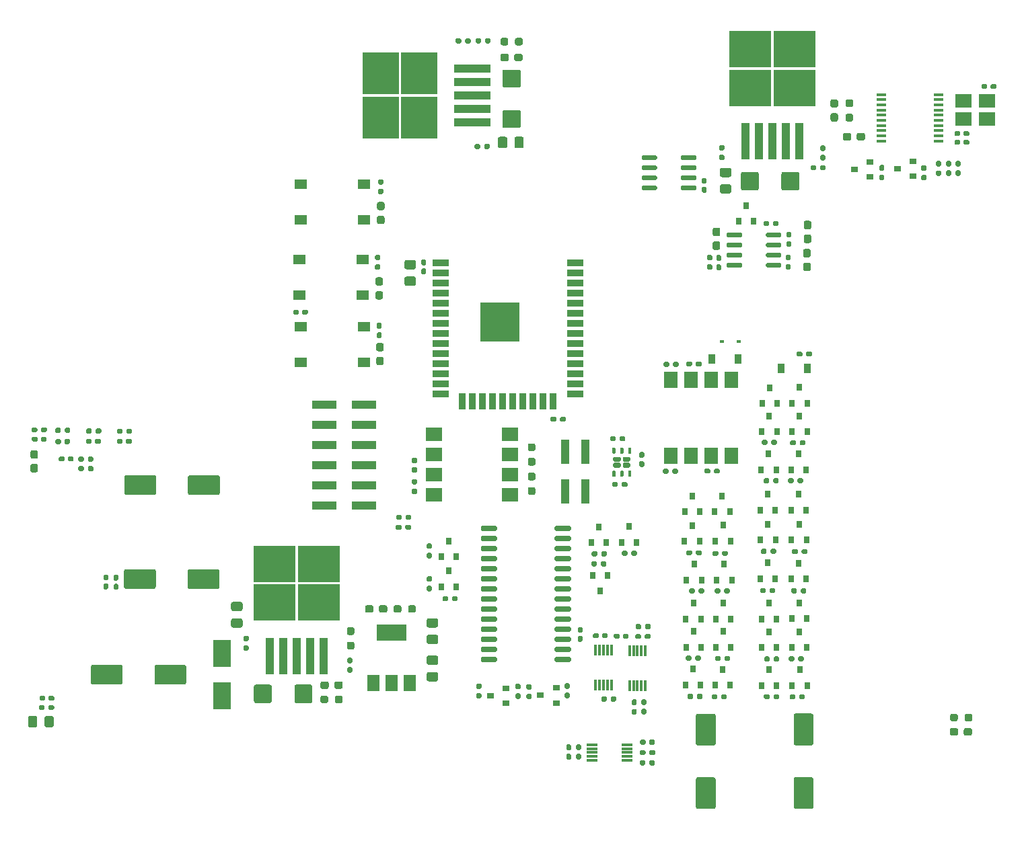
<source format=gbr>
G04 #@! TF.GenerationSoftware,KiCad,Pcbnew,5.1.7-a382d34a88~90~ubuntu20.04.1*
G04 #@! TF.CreationDate,2022-01-04T17:50:44-06:00*
G04 #@! TF.ProjectId,open-dash-daughterboard,6f70656e-2d64-4617-9368-2d6461756768,rev?*
G04 #@! TF.SameCoordinates,Original*
G04 #@! TF.FileFunction,Paste,Top*
G04 #@! TF.FilePolarity,Positive*
%FSLAX46Y46*%
G04 Gerber Fmt 4.6, Leading zero omitted, Abs format (unit mm)*
G04 Created by KiCad (PCBNEW 5.1.7-a382d34a88~90~ubuntu20.04.1) date 2022-01-04 17:50:44*
%MOMM*%
%LPD*%
G01*
G04 APERTURE LIST*
%ADD10R,0.800000X0.900000*%
%ADD11R,1.270000X0.325000*%
%ADD12R,0.900000X0.800000*%
%ADD13R,2.100000X1.800000*%
%ADD14R,0.900000X1.200000*%
%ADD15R,0.600000X0.450000*%
%ADD16R,0.300000X1.400000*%
%ADD17R,1.400000X0.300000*%
%ADD18R,1.500000X2.000000*%
%ADD19R,3.800000X2.000000*%
%ADD20R,1.780000X2.000000*%
%ADD21R,2.000000X1.780000*%
%ADD22R,2.000000X0.900000*%
%ADD23R,0.900000X2.000000*%
%ADD24R,5.000000X5.000000*%
%ADD25R,1.000000X3.150000*%
%ADD26R,3.150000X1.000000*%
%ADD27R,1.550000X1.300000*%
%ADD28R,1.100000X4.600000*%
%ADD29R,5.250000X4.550000*%
%ADD30R,4.600000X1.100000*%
%ADD31R,4.550000X5.250000*%
%ADD32R,2.300000X3.500000*%
G04 APERTURE END LIST*
G36*
G01*
X204640000Y-59825000D02*
X204960000Y-59825000D01*
G75*
G02*
X205120000Y-59985000I0J-160000D01*
G01*
X205120000Y-60380000D01*
G75*
G02*
X204960000Y-60540000I-160000J0D01*
G01*
X204640000Y-60540000D01*
G75*
G02*
X204480000Y-60380000I0J160000D01*
G01*
X204480000Y-59985000D01*
G75*
G02*
X204640000Y-59825000I160000J0D01*
G01*
G37*
G36*
G01*
X204640000Y-58630000D02*
X204960000Y-58630000D01*
G75*
G02*
X205120000Y-58790000I0J-160000D01*
G01*
X205120000Y-59185000D01*
G75*
G02*
X204960000Y-59345000I-160000J0D01*
G01*
X204640000Y-59345000D01*
G75*
G02*
X204480000Y-59185000I0J160000D01*
G01*
X204480000Y-58790000D01*
G75*
G02*
X204640000Y-58630000I160000J0D01*
G01*
G37*
G36*
G01*
X140860000Y-107487500D02*
X140540000Y-107487500D01*
G75*
G02*
X140380000Y-107327500I0J160000D01*
G01*
X140380000Y-106932500D01*
G75*
G02*
X140540000Y-106772500I160000J0D01*
G01*
X140860000Y-106772500D01*
G75*
G02*
X141020000Y-106932500I0J-160000D01*
G01*
X141020000Y-107327500D01*
G75*
G02*
X140860000Y-107487500I-160000J0D01*
G01*
G37*
G36*
G01*
X140860000Y-108682500D02*
X140540000Y-108682500D01*
G75*
G02*
X140380000Y-108522500I0J160000D01*
G01*
X140380000Y-108127500D01*
G75*
G02*
X140540000Y-107967500I160000J0D01*
G01*
X140860000Y-107967500D01*
G75*
G02*
X141020000Y-108127500I0J-160000D01*
G01*
X141020000Y-108522500D01*
G75*
G02*
X140860000Y-108682500I-160000J0D01*
G01*
G37*
D10*
X143150000Y-106500000D03*
X144100000Y-108500000D03*
X142200000Y-108500000D03*
G36*
G01*
X124700000Y-77825000D02*
X124700000Y-77515000D01*
G75*
G02*
X124855000Y-77360000I155000J0D01*
G01*
X125280000Y-77360000D01*
G75*
G02*
X125435000Y-77515000I0J-155000D01*
G01*
X125435000Y-77825000D01*
G75*
G02*
X125280000Y-77980000I-155000J0D01*
G01*
X124855000Y-77980000D01*
G75*
G02*
X124700000Y-77825000I0J155000D01*
G01*
G37*
G36*
G01*
X123565000Y-77825000D02*
X123565000Y-77515000D01*
G75*
G02*
X123720000Y-77360000I155000J0D01*
G01*
X124145000Y-77360000D01*
G75*
G02*
X124300000Y-77515000I0J-155000D01*
G01*
X124300000Y-77825000D01*
G75*
G02*
X124145000Y-77980000I-155000J0D01*
G01*
X123720000Y-77980000D01*
G75*
G02*
X123565000Y-77825000I0J155000D01*
G01*
G37*
D11*
X197590500Y-56115000D03*
X197590500Y-55465000D03*
X197590500Y-54815000D03*
X197590500Y-54165000D03*
X197590500Y-53515000D03*
X197590500Y-52865000D03*
X197590500Y-52215000D03*
X197590500Y-51565000D03*
X197590500Y-50915000D03*
X197590500Y-50265000D03*
X204829500Y-50265000D03*
X204829500Y-50915000D03*
X204829500Y-51565000D03*
X204829500Y-52215000D03*
X204829500Y-52865000D03*
X204829500Y-53515000D03*
X204829500Y-54165000D03*
X204829500Y-54815000D03*
X204829500Y-55465000D03*
X204829500Y-56115000D03*
G36*
G01*
X183075001Y-68085001D02*
X183075001Y-67785001D01*
G75*
G02*
X183225001Y-67635001I150000J0D01*
G01*
X184875001Y-67635001D01*
G75*
G02*
X185025001Y-67785001I0J-150000D01*
G01*
X185025001Y-68085001D01*
G75*
G02*
X184875001Y-68235001I-150000J0D01*
G01*
X183225001Y-68235001D01*
G75*
G02*
X183075001Y-68085001I0J150000D01*
G01*
G37*
G36*
G01*
X183075001Y-69355001D02*
X183075001Y-69055001D01*
G75*
G02*
X183225001Y-68905001I150000J0D01*
G01*
X184875001Y-68905001D01*
G75*
G02*
X185025001Y-69055001I0J-150000D01*
G01*
X185025001Y-69355001D01*
G75*
G02*
X184875001Y-69505001I-150000J0D01*
G01*
X183225001Y-69505001D01*
G75*
G02*
X183075001Y-69355001I0J150000D01*
G01*
G37*
G36*
G01*
X183075001Y-70625001D02*
X183075001Y-70325001D01*
G75*
G02*
X183225001Y-70175001I150000J0D01*
G01*
X184875001Y-70175001D01*
G75*
G02*
X185025001Y-70325001I0J-150000D01*
G01*
X185025001Y-70625001D01*
G75*
G02*
X184875001Y-70775001I-150000J0D01*
G01*
X183225001Y-70775001D01*
G75*
G02*
X183075001Y-70625001I0J150000D01*
G01*
G37*
G36*
G01*
X183075001Y-71895001D02*
X183075001Y-71595001D01*
G75*
G02*
X183225001Y-71445001I150000J0D01*
G01*
X184875001Y-71445001D01*
G75*
G02*
X185025001Y-71595001I0J-150000D01*
G01*
X185025001Y-71895001D01*
G75*
G02*
X184875001Y-72045001I-150000J0D01*
G01*
X183225001Y-72045001D01*
G75*
G02*
X183075001Y-71895001I0J150000D01*
G01*
G37*
G36*
G01*
X178125001Y-71895001D02*
X178125001Y-71595001D01*
G75*
G02*
X178275001Y-71445001I150000J0D01*
G01*
X179925001Y-71445001D01*
G75*
G02*
X180075001Y-71595001I0J-150000D01*
G01*
X180075001Y-71895001D01*
G75*
G02*
X179925001Y-72045001I-150000J0D01*
G01*
X178275001Y-72045001D01*
G75*
G02*
X178125001Y-71895001I0J150000D01*
G01*
G37*
G36*
G01*
X178125001Y-70625001D02*
X178125001Y-70325001D01*
G75*
G02*
X178275001Y-70175001I150000J0D01*
G01*
X179925001Y-70175001D01*
G75*
G02*
X180075001Y-70325001I0J-150000D01*
G01*
X180075001Y-70625001D01*
G75*
G02*
X179925001Y-70775001I-150000J0D01*
G01*
X178275001Y-70775001D01*
G75*
G02*
X178125001Y-70625001I0J150000D01*
G01*
G37*
G36*
G01*
X178125001Y-69355001D02*
X178125001Y-69055001D01*
G75*
G02*
X178275001Y-68905001I150000J0D01*
G01*
X179925001Y-68905001D01*
G75*
G02*
X180075001Y-69055001I0J-150000D01*
G01*
X180075001Y-69355001D01*
G75*
G02*
X179925001Y-69505001I-150000J0D01*
G01*
X178275001Y-69505001D01*
G75*
G02*
X178125001Y-69355001I0J150000D01*
G01*
G37*
G36*
G01*
X178125001Y-68085001D02*
X178125001Y-67785001D01*
G75*
G02*
X178275001Y-67635001I150000J0D01*
G01*
X179925001Y-67635001D01*
G75*
G02*
X180075001Y-67785001I0J-150000D01*
G01*
X180075001Y-68085001D01*
G75*
G02*
X179925001Y-68235001I-150000J0D01*
G01*
X178275001Y-68235001D01*
G75*
G02*
X178125001Y-68085001I0J150000D01*
G01*
G37*
G36*
G01*
X172370000Y-58355000D02*
X172370000Y-58055000D01*
G75*
G02*
X172520000Y-57905000I150000J0D01*
G01*
X174170000Y-57905000D01*
G75*
G02*
X174320000Y-58055000I0J-150000D01*
G01*
X174320000Y-58355000D01*
G75*
G02*
X174170000Y-58505000I-150000J0D01*
G01*
X172520000Y-58505000D01*
G75*
G02*
X172370000Y-58355000I0J150000D01*
G01*
G37*
G36*
G01*
X172370000Y-59625000D02*
X172370000Y-59325000D01*
G75*
G02*
X172520000Y-59175000I150000J0D01*
G01*
X174170000Y-59175000D01*
G75*
G02*
X174320000Y-59325000I0J-150000D01*
G01*
X174320000Y-59625000D01*
G75*
G02*
X174170000Y-59775000I-150000J0D01*
G01*
X172520000Y-59775000D01*
G75*
G02*
X172370000Y-59625000I0J150000D01*
G01*
G37*
G36*
G01*
X172370000Y-60895000D02*
X172370000Y-60595000D01*
G75*
G02*
X172520000Y-60445000I150000J0D01*
G01*
X174170000Y-60445000D01*
G75*
G02*
X174320000Y-60595000I0J-150000D01*
G01*
X174320000Y-60895000D01*
G75*
G02*
X174170000Y-61045000I-150000J0D01*
G01*
X172520000Y-61045000D01*
G75*
G02*
X172370000Y-60895000I0J150000D01*
G01*
G37*
G36*
G01*
X172370000Y-62165000D02*
X172370000Y-61865000D01*
G75*
G02*
X172520000Y-61715000I150000J0D01*
G01*
X174170000Y-61715000D01*
G75*
G02*
X174320000Y-61865000I0J-150000D01*
G01*
X174320000Y-62165000D01*
G75*
G02*
X174170000Y-62315000I-150000J0D01*
G01*
X172520000Y-62315000D01*
G75*
G02*
X172370000Y-62165000I0J150000D01*
G01*
G37*
G36*
G01*
X167420000Y-62165000D02*
X167420000Y-61865000D01*
G75*
G02*
X167570000Y-61715000I150000J0D01*
G01*
X169220000Y-61715000D01*
G75*
G02*
X169370000Y-61865000I0J-150000D01*
G01*
X169370000Y-62165000D01*
G75*
G02*
X169220000Y-62315000I-150000J0D01*
G01*
X167570000Y-62315000D01*
G75*
G02*
X167420000Y-62165000I0J150000D01*
G01*
G37*
G36*
G01*
X167420000Y-60895000D02*
X167420000Y-60595000D01*
G75*
G02*
X167570000Y-60445000I150000J0D01*
G01*
X169220000Y-60445000D01*
G75*
G02*
X169370000Y-60595000I0J-150000D01*
G01*
X169370000Y-60895000D01*
G75*
G02*
X169220000Y-61045000I-150000J0D01*
G01*
X167570000Y-61045000D01*
G75*
G02*
X167420000Y-60895000I0J150000D01*
G01*
G37*
G36*
G01*
X167420000Y-59625000D02*
X167420000Y-59325000D01*
G75*
G02*
X167570000Y-59175000I150000J0D01*
G01*
X169220000Y-59175000D01*
G75*
G02*
X169370000Y-59325000I0J-150000D01*
G01*
X169370000Y-59625000D01*
G75*
G02*
X169220000Y-59775000I-150000J0D01*
G01*
X167570000Y-59775000D01*
G75*
G02*
X167420000Y-59625000I0J150000D01*
G01*
G37*
G36*
G01*
X167420000Y-58355000D02*
X167420000Y-58055000D01*
G75*
G02*
X167570000Y-57905000I150000J0D01*
G01*
X169220000Y-57905000D01*
G75*
G02*
X169370000Y-58055000I0J-150000D01*
G01*
X169370000Y-58355000D01*
G75*
G02*
X169220000Y-58505000I-150000J0D01*
G01*
X167570000Y-58505000D01*
G75*
G02*
X167420000Y-58355000I0J150000D01*
G01*
G37*
G36*
G01*
X117490000Y-119612500D02*
X117810000Y-119612500D01*
G75*
G02*
X117970000Y-119772500I0J-160000D01*
G01*
X117970000Y-120167500D01*
G75*
G02*
X117810000Y-120327500I-160000J0D01*
G01*
X117490000Y-120327500D01*
G75*
G02*
X117330000Y-120167500I0J160000D01*
G01*
X117330000Y-119772500D01*
G75*
G02*
X117490000Y-119612500I160000J0D01*
G01*
G37*
G36*
G01*
X117490000Y-118417500D02*
X117810000Y-118417500D01*
G75*
G02*
X117970000Y-118577500I0J-160000D01*
G01*
X117970000Y-118972500D01*
G75*
G02*
X117810000Y-119132500I-160000J0D01*
G01*
X117490000Y-119132500D01*
G75*
G02*
X117330000Y-118972500I0J160000D01*
G01*
X117330000Y-118577500D01*
G75*
G02*
X117490000Y-118417500I160000J0D01*
G01*
G37*
G36*
G01*
X207110000Y-59800000D02*
X207430000Y-59800000D01*
G75*
G02*
X207590000Y-59960000I0J-160000D01*
G01*
X207590000Y-60355000D01*
G75*
G02*
X207430000Y-60515000I-160000J0D01*
G01*
X207110000Y-60515000D01*
G75*
G02*
X206950000Y-60355000I0J160000D01*
G01*
X206950000Y-59960000D01*
G75*
G02*
X207110000Y-59800000I160000J0D01*
G01*
G37*
G36*
G01*
X207110000Y-58605000D02*
X207430000Y-58605000D01*
G75*
G02*
X207590000Y-58765000I0J-160000D01*
G01*
X207590000Y-59160000D01*
G75*
G02*
X207430000Y-59320000I-160000J0D01*
G01*
X207110000Y-59320000D01*
G75*
G02*
X206950000Y-59160000I0J160000D01*
G01*
X206950000Y-58765000D01*
G75*
G02*
X207110000Y-58605000I160000J0D01*
G01*
G37*
G36*
G01*
X187315000Y-94285000D02*
X187315000Y-93965000D01*
G75*
G02*
X187475000Y-93805000I160000J0D01*
G01*
X187870000Y-93805000D01*
G75*
G02*
X188030000Y-93965000I0J-160000D01*
G01*
X188030000Y-94285000D01*
G75*
G02*
X187870000Y-94445000I-160000J0D01*
G01*
X187475000Y-94445000D01*
G75*
G02*
X187315000Y-94285000I0J160000D01*
G01*
G37*
G36*
G01*
X186120000Y-94285000D02*
X186120000Y-93965000D01*
G75*
G02*
X186280000Y-93805000I160000J0D01*
G01*
X186675000Y-93805000D01*
G75*
G02*
X186835000Y-93965000I0J-160000D01*
G01*
X186835000Y-94285000D01*
G75*
G02*
X186675000Y-94445000I-160000J0D01*
G01*
X186280000Y-94445000D01*
G75*
G02*
X186120000Y-94285000I0J160000D01*
G01*
G37*
G36*
G01*
X187040000Y-99035000D02*
X187040000Y-98715000D01*
G75*
G02*
X187200000Y-98555000I160000J0D01*
G01*
X187595000Y-98555000D01*
G75*
G02*
X187755000Y-98715000I0J-160000D01*
G01*
X187755000Y-99035000D01*
G75*
G02*
X187595000Y-99195000I-160000J0D01*
G01*
X187200000Y-99195000D01*
G75*
G02*
X187040000Y-99035000I0J160000D01*
G01*
G37*
G36*
G01*
X185845000Y-99035000D02*
X185845000Y-98715000D01*
G75*
G02*
X186005000Y-98555000I160000J0D01*
G01*
X186400000Y-98555000D01*
G75*
G02*
X186560000Y-98715000I0J-160000D01*
G01*
X186560000Y-99035000D01*
G75*
G02*
X186400000Y-99195000I-160000J0D01*
G01*
X186005000Y-99195000D01*
G75*
G02*
X185845000Y-99035000I0J160000D01*
G01*
G37*
G36*
G01*
X183737500Y-94210000D02*
X183737500Y-93890000D01*
G75*
G02*
X183897500Y-93730000I160000J0D01*
G01*
X184292500Y-93730000D01*
G75*
G02*
X184452500Y-93890000I0J-160000D01*
G01*
X184452500Y-94210000D01*
G75*
G02*
X184292500Y-94370000I-160000J0D01*
G01*
X183897500Y-94370000D01*
G75*
G02*
X183737500Y-94210000I0J160000D01*
G01*
G37*
G36*
G01*
X182542500Y-94210000D02*
X182542500Y-93890000D01*
G75*
G02*
X182702500Y-93730000I160000J0D01*
G01*
X183097500Y-93730000D01*
G75*
G02*
X183257500Y-93890000I0J-160000D01*
G01*
X183257500Y-94210000D01*
G75*
G02*
X183097500Y-94370000I-160000J0D01*
G01*
X182702500Y-94370000D01*
G75*
G02*
X182542500Y-94210000I0J160000D01*
G01*
G37*
G36*
G01*
X183485000Y-98740000D02*
X183485000Y-99060000D01*
G75*
G02*
X183325000Y-99220000I-160000J0D01*
G01*
X182930000Y-99220000D01*
G75*
G02*
X182770000Y-99060000I0J160000D01*
G01*
X182770000Y-98740000D01*
G75*
G02*
X182930000Y-98580000I160000J0D01*
G01*
X183325000Y-98580000D01*
G75*
G02*
X183485000Y-98740000I0J-160000D01*
G01*
G37*
G36*
G01*
X184680000Y-98740000D02*
X184680000Y-99060000D01*
G75*
G02*
X184520000Y-99220000I-160000J0D01*
G01*
X184125000Y-99220000D01*
G75*
G02*
X183965000Y-99060000I0J160000D01*
G01*
X183965000Y-98740000D01*
G75*
G02*
X184125000Y-98580000I160000J0D01*
G01*
X184520000Y-98580000D01*
G75*
G02*
X184680000Y-98740000I0J-160000D01*
G01*
G37*
G36*
G01*
X173780000Y-107830000D02*
X173780000Y-108150000D01*
G75*
G02*
X173620000Y-108310000I-160000J0D01*
G01*
X173225000Y-108310000D01*
G75*
G02*
X173065000Y-108150000I0J160000D01*
G01*
X173065000Y-107830000D01*
G75*
G02*
X173225000Y-107670000I160000J0D01*
G01*
X173620000Y-107670000D01*
G75*
G02*
X173780000Y-107830000I0J-160000D01*
G01*
G37*
G36*
G01*
X174975000Y-107830000D02*
X174975000Y-108150000D01*
G75*
G02*
X174815000Y-108310000I-160000J0D01*
G01*
X174420000Y-108310000D01*
G75*
G02*
X174260000Y-108150000I0J160000D01*
G01*
X174260000Y-107830000D01*
G75*
G02*
X174420000Y-107670000I160000J0D01*
G01*
X174815000Y-107670000D01*
G75*
G02*
X174975000Y-107830000I0J-160000D01*
G01*
G37*
G36*
G01*
X174112500Y-112640000D02*
X174112500Y-112960000D01*
G75*
G02*
X173952500Y-113120000I-160000J0D01*
G01*
X173557500Y-113120000D01*
G75*
G02*
X173397500Y-112960000I0J160000D01*
G01*
X173397500Y-112640000D01*
G75*
G02*
X173557500Y-112480000I160000J0D01*
G01*
X173952500Y-112480000D01*
G75*
G02*
X174112500Y-112640000I0J-160000D01*
G01*
G37*
G36*
G01*
X175307500Y-112640000D02*
X175307500Y-112960000D01*
G75*
G02*
X175147500Y-113120000I-160000J0D01*
G01*
X174752500Y-113120000D01*
G75*
G02*
X174592500Y-112960000I0J160000D01*
G01*
X174592500Y-112640000D01*
G75*
G02*
X174752500Y-112480000I160000J0D01*
G01*
X175147500Y-112480000D01*
G75*
G02*
X175307500Y-112640000I0J-160000D01*
G01*
G37*
G36*
G01*
X177560000Y-108225000D02*
X177560000Y-107905000D01*
G75*
G02*
X177720000Y-107745000I160000J0D01*
G01*
X178115000Y-107745000D01*
G75*
G02*
X178275000Y-107905000I0J-160000D01*
G01*
X178275000Y-108225000D01*
G75*
G02*
X178115000Y-108385000I-160000J0D01*
G01*
X177720000Y-108385000D01*
G75*
G02*
X177560000Y-108225000I0J160000D01*
G01*
G37*
G36*
G01*
X176365000Y-108225000D02*
X176365000Y-107905000D01*
G75*
G02*
X176525000Y-107745000I160000J0D01*
G01*
X176920000Y-107745000D01*
G75*
G02*
X177080000Y-107905000I0J-160000D01*
G01*
X177080000Y-108225000D01*
G75*
G02*
X176920000Y-108385000I-160000J0D01*
G01*
X176525000Y-108385000D01*
G75*
G02*
X176365000Y-108225000I0J160000D01*
G01*
G37*
G36*
G01*
X177815000Y-112960000D02*
X177815000Y-112640000D01*
G75*
G02*
X177975000Y-112480000I160000J0D01*
G01*
X178370000Y-112480000D01*
G75*
G02*
X178530000Y-112640000I0J-160000D01*
G01*
X178530000Y-112960000D01*
G75*
G02*
X178370000Y-113120000I-160000J0D01*
G01*
X177975000Y-113120000D01*
G75*
G02*
X177815000Y-112960000I0J160000D01*
G01*
G37*
G36*
G01*
X176620000Y-112960000D02*
X176620000Y-112640000D01*
G75*
G02*
X176780000Y-112480000I160000J0D01*
G01*
X177175000Y-112480000D01*
G75*
G02*
X177335000Y-112640000I0J-160000D01*
G01*
X177335000Y-112960000D01*
G75*
G02*
X177175000Y-113120000I-160000J0D01*
G01*
X176780000Y-113120000D01*
G75*
G02*
X176620000Y-112960000I0J160000D01*
G01*
G37*
G36*
G01*
X183157500Y-107640000D02*
X183157500Y-107960000D01*
G75*
G02*
X182997500Y-108120000I-160000J0D01*
G01*
X182602500Y-108120000D01*
G75*
G02*
X182442500Y-107960000I0J160000D01*
G01*
X182442500Y-107640000D01*
G75*
G02*
X182602500Y-107480000I160000J0D01*
G01*
X182997500Y-107480000D01*
G75*
G02*
X183157500Y-107640000I0J-160000D01*
G01*
G37*
G36*
G01*
X184352500Y-107640000D02*
X184352500Y-107960000D01*
G75*
G02*
X184192500Y-108120000I-160000J0D01*
G01*
X183797500Y-108120000D01*
G75*
G02*
X183637500Y-107960000I0J160000D01*
G01*
X183637500Y-107640000D01*
G75*
G02*
X183797500Y-107480000I160000J0D01*
G01*
X184192500Y-107480000D01*
G75*
G02*
X184352500Y-107640000I0J-160000D01*
G01*
G37*
G36*
G01*
X183537500Y-112885000D02*
X183537500Y-112565000D01*
G75*
G02*
X183697500Y-112405000I160000J0D01*
G01*
X184092500Y-112405000D01*
G75*
G02*
X184252500Y-112565000I0J-160000D01*
G01*
X184252500Y-112885000D01*
G75*
G02*
X184092500Y-113045000I-160000J0D01*
G01*
X183697500Y-113045000D01*
G75*
G02*
X183537500Y-112885000I0J160000D01*
G01*
G37*
G36*
G01*
X182342500Y-112885000D02*
X182342500Y-112565000D01*
G75*
G02*
X182502500Y-112405000I160000J0D01*
G01*
X182897500Y-112405000D01*
G75*
G02*
X183057500Y-112565000I0J-160000D01*
G01*
X183057500Y-112885000D01*
G75*
G02*
X182897500Y-113045000I-160000J0D01*
G01*
X182502500Y-113045000D01*
G75*
G02*
X182342500Y-112885000I0J160000D01*
G01*
G37*
G36*
G01*
X187565000Y-107985000D02*
X187565000Y-107665000D01*
G75*
G02*
X187725000Y-107505000I160000J0D01*
G01*
X188120000Y-107505000D01*
G75*
G02*
X188280000Y-107665000I0J-160000D01*
G01*
X188280000Y-107985000D01*
G75*
G02*
X188120000Y-108145000I-160000J0D01*
G01*
X187725000Y-108145000D01*
G75*
G02*
X187565000Y-107985000I0J160000D01*
G01*
G37*
G36*
G01*
X186370000Y-107985000D02*
X186370000Y-107665000D01*
G75*
G02*
X186530000Y-107505000I160000J0D01*
G01*
X186925000Y-107505000D01*
G75*
G02*
X187085000Y-107665000I0J-160000D01*
G01*
X187085000Y-107985000D01*
G75*
G02*
X186925000Y-108145000I-160000J0D01*
G01*
X186530000Y-108145000D01*
G75*
G02*
X186370000Y-107985000I0J160000D01*
G01*
G37*
G36*
G01*
X186960000Y-112615000D02*
X186960000Y-112935000D01*
G75*
G02*
X186800000Y-113095000I-160000J0D01*
G01*
X186405000Y-113095000D01*
G75*
G02*
X186245000Y-112935000I0J160000D01*
G01*
X186245000Y-112615000D01*
G75*
G02*
X186405000Y-112455000I160000J0D01*
G01*
X186800000Y-112455000D01*
G75*
G02*
X186960000Y-112615000I0J-160000D01*
G01*
G37*
G36*
G01*
X188155000Y-112615000D02*
X188155000Y-112935000D01*
G75*
G02*
X187995000Y-113095000I-160000J0D01*
G01*
X187600000Y-113095000D01*
G75*
G02*
X187440000Y-112935000I0J160000D01*
G01*
X187440000Y-112615000D01*
G75*
G02*
X187600000Y-112455000I160000J0D01*
G01*
X187995000Y-112455000D01*
G75*
G02*
X188155000Y-112615000I0J-160000D01*
G01*
G37*
G36*
G01*
X173707500Y-121090000D02*
X173707500Y-121410000D01*
G75*
G02*
X173547500Y-121570000I-160000J0D01*
G01*
X173152500Y-121570000D01*
G75*
G02*
X172992500Y-121410000I0J160000D01*
G01*
X172992500Y-121090000D01*
G75*
G02*
X173152500Y-120930000I160000J0D01*
G01*
X173547500Y-120930000D01*
G75*
G02*
X173707500Y-121090000I0J-160000D01*
G01*
G37*
G36*
G01*
X174902500Y-121090000D02*
X174902500Y-121410000D01*
G75*
G02*
X174742500Y-121570000I-160000J0D01*
G01*
X174347500Y-121570000D01*
G75*
G02*
X174187500Y-121410000I0J160000D01*
G01*
X174187500Y-121090000D01*
G75*
G02*
X174347500Y-120930000I160000J0D01*
G01*
X174742500Y-120930000D01*
G75*
G02*
X174902500Y-121090000I0J-160000D01*
G01*
G37*
G36*
G01*
X174387500Y-126235000D02*
X174387500Y-125915000D01*
G75*
G02*
X174547500Y-125755000I160000J0D01*
G01*
X174942500Y-125755000D01*
G75*
G02*
X175102500Y-125915000I0J-160000D01*
G01*
X175102500Y-126235000D01*
G75*
G02*
X174942500Y-126395000I-160000J0D01*
G01*
X174547500Y-126395000D01*
G75*
G02*
X174387500Y-126235000I0J160000D01*
G01*
G37*
G36*
G01*
X173192500Y-126235000D02*
X173192500Y-125915000D01*
G75*
G02*
X173352500Y-125755000I160000J0D01*
G01*
X173747500Y-125755000D01*
G75*
G02*
X173907500Y-125915000I0J-160000D01*
G01*
X173907500Y-126235000D01*
G75*
G02*
X173747500Y-126395000I-160000J0D01*
G01*
X173352500Y-126395000D01*
G75*
G02*
X173192500Y-126235000I0J160000D01*
G01*
G37*
G36*
G01*
X177862500Y-121435000D02*
X177862500Y-121115000D01*
G75*
G02*
X178022500Y-120955000I160000J0D01*
G01*
X178417500Y-120955000D01*
G75*
G02*
X178577500Y-121115000I0J-160000D01*
G01*
X178577500Y-121435000D01*
G75*
G02*
X178417500Y-121595000I-160000J0D01*
G01*
X178022500Y-121595000D01*
G75*
G02*
X177862500Y-121435000I0J160000D01*
G01*
G37*
G36*
G01*
X176667500Y-121435000D02*
X176667500Y-121115000D01*
G75*
G02*
X176827500Y-120955000I160000J0D01*
G01*
X177222500Y-120955000D01*
G75*
G02*
X177382500Y-121115000I0J-160000D01*
G01*
X177382500Y-121435000D01*
G75*
G02*
X177222500Y-121595000I-160000J0D01*
G01*
X176827500Y-121595000D01*
G75*
G02*
X176667500Y-121435000I0J160000D01*
G01*
G37*
G36*
G01*
X176962500Y-125965000D02*
X176962500Y-126285000D01*
G75*
G02*
X176802500Y-126445000I-160000J0D01*
G01*
X176407500Y-126445000D01*
G75*
G02*
X176247500Y-126285000I0J160000D01*
G01*
X176247500Y-125965000D01*
G75*
G02*
X176407500Y-125805000I160000J0D01*
G01*
X176802500Y-125805000D01*
G75*
G02*
X176962500Y-125965000I0J-160000D01*
G01*
G37*
G36*
G01*
X178157500Y-125965000D02*
X178157500Y-126285000D01*
G75*
G02*
X177997500Y-126445000I-160000J0D01*
G01*
X177602500Y-126445000D01*
G75*
G02*
X177442500Y-126285000I0J160000D01*
G01*
X177442500Y-125965000D01*
G75*
G02*
X177602500Y-125805000I160000J0D01*
G01*
X177997500Y-125805000D01*
G75*
G02*
X178157500Y-125965000I0J-160000D01*
G01*
G37*
G36*
G01*
X184042500Y-121510000D02*
X184042500Y-121190000D01*
G75*
G02*
X184202500Y-121030000I160000J0D01*
G01*
X184597500Y-121030000D01*
G75*
G02*
X184757500Y-121190000I0J-160000D01*
G01*
X184757500Y-121510000D01*
G75*
G02*
X184597500Y-121670000I-160000J0D01*
G01*
X184202500Y-121670000D01*
G75*
G02*
X184042500Y-121510000I0J160000D01*
G01*
G37*
G36*
G01*
X182847500Y-121510000D02*
X182847500Y-121190000D01*
G75*
G02*
X183007500Y-121030000I160000J0D01*
G01*
X183402500Y-121030000D01*
G75*
G02*
X183562500Y-121190000I0J-160000D01*
G01*
X183562500Y-121510000D01*
G75*
G02*
X183402500Y-121670000I-160000J0D01*
G01*
X183007500Y-121670000D01*
G75*
G02*
X182847500Y-121510000I0J160000D01*
G01*
G37*
G36*
G01*
X183537500Y-125940000D02*
X183537500Y-126260000D01*
G75*
G02*
X183377500Y-126420000I-160000J0D01*
G01*
X182982500Y-126420000D01*
G75*
G02*
X182822500Y-126260000I0J160000D01*
G01*
X182822500Y-125940000D01*
G75*
G02*
X182982500Y-125780000I160000J0D01*
G01*
X183377500Y-125780000D01*
G75*
G02*
X183537500Y-125940000I0J-160000D01*
G01*
G37*
G36*
G01*
X184732500Y-125940000D02*
X184732500Y-126260000D01*
G75*
G02*
X184572500Y-126420000I-160000J0D01*
G01*
X184177500Y-126420000D01*
G75*
G02*
X184017500Y-126260000I0J160000D01*
G01*
X184017500Y-125940000D01*
G75*
G02*
X184177500Y-125780000I160000J0D01*
G01*
X184572500Y-125780000D01*
G75*
G02*
X184732500Y-125940000I0J-160000D01*
G01*
G37*
G36*
G01*
X186635000Y-121165000D02*
X186635000Y-121485000D01*
G75*
G02*
X186475000Y-121645000I-160000J0D01*
G01*
X186080000Y-121645000D01*
G75*
G02*
X185920000Y-121485000I0J160000D01*
G01*
X185920000Y-121165000D01*
G75*
G02*
X186080000Y-121005000I160000J0D01*
G01*
X186475000Y-121005000D01*
G75*
G02*
X186635000Y-121165000I0J-160000D01*
G01*
G37*
G36*
G01*
X187830000Y-121165000D02*
X187830000Y-121485000D01*
G75*
G02*
X187670000Y-121645000I-160000J0D01*
G01*
X187275000Y-121645000D01*
G75*
G02*
X187115000Y-121485000I0J160000D01*
G01*
X187115000Y-121165000D01*
G75*
G02*
X187275000Y-121005000I160000J0D01*
G01*
X187670000Y-121005000D01*
G75*
G02*
X187830000Y-121165000I0J-160000D01*
G01*
G37*
G36*
G01*
X187237500Y-126285000D02*
X187237500Y-125965000D01*
G75*
G02*
X187397500Y-125805000I160000J0D01*
G01*
X187792500Y-125805000D01*
G75*
G02*
X187952500Y-125965000I0J-160000D01*
G01*
X187952500Y-126285000D01*
G75*
G02*
X187792500Y-126445000I-160000J0D01*
G01*
X187397500Y-126445000D01*
G75*
G02*
X187237500Y-126285000I0J160000D01*
G01*
G37*
G36*
G01*
X186042500Y-126285000D02*
X186042500Y-125965000D01*
G75*
G02*
X186202500Y-125805000I160000J0D01*
G01*
X186597500Y-125805000D01*
G75*
G02*
X186757500Y-125965000I0J-160000D01*
G01*
X186757500Y-126285000D01*
G75*
G02*
X186597500Y-126445000I-160000J0D01*
G01*
X186202500Y-126445000D01*
G75*
G02*
X186042500Y-126285000I0J160000D01*
G01*
G37*
G36*
G01*
X165637500Y-107865000D02*
X165637500Y-108185000D01*
G75*
G02*
X165477500Y-108345000I-160000J0D01*
G01*
X165082500Y-108345000D01*
G75*
G02*
X164922500Y-108185000I0J160000D01*
G01*
X164922500Y-107865000D01*
G75*
G02*
X165082500Y-107705000I160000J0D01*
G01*
X165477500Y-107705000D01*
G75*
G02*
X165637500Y-107865000I0J-160000D01*
G01*
G37*
G36*
G01*
X166832500Y-107865000D02*
X166832500Y-108185000D01*
G75*
G02*
X166672500Y-108345000I-160000J0D01*
G01*
X166277500Y-108345000D01*
G75*
G02*
X166117500Y-108185000I0J160000D01*
G01*
X166117500Y-107865000D01*
G75*
G02*
X166277500Y-107705000I160000J0D01*
G01*
X166672500Y-107705000D01*
G75*
G02*
X166832500Y-107865000I0J-160000D01*
G01*
G37*
G36*
G01*
X162290000Y-109535000D02*
X162290000Y-109215000D01*
G75*
G02*
X162450000Y-109055000I160000J0D01*
G01*
X162845000Y-109055000D01*
G75*
G02*
X163005000Y-109215000I0J-160000D01*
G01*
X163005000Y-109535000D01*
G75*
G02*
X162845000Y-109695000I-160000J0D01*
G01*
X162450000Y-109695000D01*
G75*
G02*
X162290000Y-109535000I0J160000D01*
G01*
G37*
G36*
G01*
X161095000Y-109535000D02*
X161095000Y-109215000D01*
G75*
G02*
X161255000Y-109055000I160000J0D01*
G01*
X161650000Y-109055000D01*
G75*
G02*
X161810000Y-109215000I0J-160000D01*
G01*
X161810000Y-109535000D01*
G75*
G02*
X161650000Y-109695000I-160000J0D01*
G01*
X161255000Y-109695000D01*
G75*
G02*
X161095000Y-109535000I0J160000D01*
G01*
G37*
G36*
G01*
X161860000Y-107940000D02*
X161860000Y-108260000D01*
G75*
G02*
X161700000Y-108420000I-160000J0D01*
G01*
X161305000Y-108420000D01*
G75*
G02*
X161145000Y-108260000I0J160000D01*
G01*
X161145000Y-107940000D01*
G75*
G02*
X161305000Y-107780000I160000J0D01*
G01*
X161700000Y-107780000D01*
G75*
G02*
X161860000Y-107940000I0J-160000D01*
G01*
G37*
G36*
G01*
X163055000Y-107940000D02*
X163055000Y-108260000D01*
G75*
G02*
X162895000Y-108420000I-160000J0D01*
G01*
X162500000Y-108420000D01*
G75*
G02*
X162340000Y-108260000I0J160000D01*
G01*
X162340000Y-107940000D01*
G75*
G02*
X162500000Y-107780000I160000J0D01*
G01*
X162895000Y-107780000D01*
G75*
G02*
X163055000Y-107940000I0J-160000D01*
G01*
G37*
G36*
G01*
X205890000Y-59810000D02*
X206210000Y-59810000D01*
G75*
G02*
X206370000Y-59970000I0J-160000D01*
G01*
X206370000Y-60365000D01*
G75*
G02*
X206210000Y-60525000I-160000J0D01*
G01*
X205890000Y-60525000D01*
G75*
G02*
X205730000Y-60365000I0J160000D01*
G01*
X205730000Y-59970000D01*
G75*
G02*
X205890000Y-59810000I160000J0D01*
G01*
G37*
G36*
G01*
X205890000Y-58615000D02*
X206210000Y-58615000D01*
G75*
G02*
X206370000Y-58775000I0J-160000D01*
G01*
X206370000Y-59170000D01*
G75*
G02*
X206210000Y-59330000I-160000J0D01*
G01*
X205890000Y-59330000D01*
G75*
G02*
X205730000Y-59170000I0J160000D01*
G01*
X205730000Y-58775000D01*
G75*
G02*
X205890000Y-58615000I160000J0D01*
G01*
G37*
G36*
G01*
X203100000Y-59880000D02*
X202780000Y-59880000D01*
G75*
G02*
X202620000Y-59720000I0J160000D01*
G01*
X202620000Y-59325000D01*
G75*
G02*
X202780000Y-59165000I160000J0D01*
G01*
X203100000Y-59165000D01*
G75*
G02*
X203260000Y-59325000I0J-160000D01*
G01*
X203260000Y-59720000D01*
G75*
G02*
X203100000Y-59880000I-160000J0D01*
G01*
G37*
G36*
G01*
X203100000Y-61075000D02*
X202780000Y-61075000D01*
G75*
G02*
X202620000Y-60915000I0J160000D01*
G01*
X202620000Y-60520000D01*
G75*
G02*
X202780000Y-60360000I160000J0D01*
G01*
X203100000Y-60360000D01*
G75*
G02*
X203260000Y-60520000I0J-160000D01*
G01*
X203260000Y-60915000D01*
G75*
G02*
X203100000Y-61075000I-160000J0D01*
G01*
G37*
G36*
G01*
X197810000Y-59850000D02*
X197490000Y-59850000D01*
G75*
G02*
X197330000Y-59690000I0J160000D01*
G01*
X197330000Y-59295000D01*
G75*
G02*
X197490000Y-59135000I160000J0D01*
G01*
X197810000Y-59135000D01*
G75*
G02*
X197970000Y-59295000I0J-160000D01*
G01*
X197970000Y-59690000D01*
G75*
G02*
X197810000Y-59850000I-160000J0D01*
G01*
G37*
G36*
G01*
X197810000Y-61045000D02*
X197490000Y-61045000D01*
G75*
G02*
X197330000Y-60885000I0J160000D01*
G01*
X197330000Y-60490000D01*
G75*
G02*
X197490000Y-60330000I160000J0D01*
G01*
X197810000Y-60330000D01*
G75*
G02*
X197970000Y-60490000I0J-160000D01*
G01*
X197970000Y-60885000D01*
G75*
G02*
X197810000Y-61045000I-160000J0D01*
G01*
G37*
G36*
G01*
X186040000Y-71140000D02*
X185720000Y-71140000D01*
G75*
G02*
X185560000Y-70980000I0J160000D01*
G01*
X185560000Y-70585000D01*
G75*
G02*
X185720000Y-70425000I160000J0D01*
G01*
X186040000Y-70425000D01*
G75*
G02*
X186200000Y-70585000I0J-160000D01*
G01*
X186200000Y-70980000D01*
G75*
G02*
X186040000Y-71140000I-160000J0D01*
G01*
G37*
G36*
G01*
X186040000Y-72335000D02*
X185720000Y-72335000D01*
G75*
G02*
X185560000Y-72175000I0J160000D01*
G01*
X185560000Y-71780000D01*
G75*
G02*
X185720000Y-71620000I160000J0D01*
G01*
X186040000Y-71620000D01*
G75*
G02*
X186200000Y-71780000I0J-160000D01*
G01*
X186200000Y-72175000D01*
G75*
G02*
X186040000Y-72335000I-160000J0D01*
G01*
G37*
G36*
G01*
X185780000Y-68732500D02*
X186100000Y-68732500D01*
G75*
G02*
X186260000Y-68892500I0J-160000D01*
G01*
X186260000Y-69287500D01*
G75*
G02*
X186100000Y-69447500I-160000J0D01*
G01*
X185780000Y-69447500D01*
G75*
G02*
X185620000Y-69287500I0J160000D01*
G01*
X185620000Y-68892500D01*
G75*
G02*
X185780000Y-68732500I160000J0D01*
G01*
G37*
G36*
G01*
X185780000Y-67537500D02*
X186100000Y-67537500D01*
G75*
G02*
X186260000Y-67697500I0J-160000D01*
G01*
X186260000Y-68092500D01*
G75*
G02*
X186100000Y-68252500I-160000J0D01*
G01*
X185780000Y-68252500D01*
G75*
G02*
X185620000Y-68092500I0J160000D01*
G01*
X185620000Y-67697500D01*
G75*
G02*
X185780000Y-67537500I160000J0D01*
G01*
G37*
G36*
G01*
X183952500Y-66680000D02*
X183952500Y-66360000D01*
G75*
G02*
X184112500Y-66200000I160000J0D01*
G01*
X184507500Y-66200000D01*
G75*
G02*
X184667500Y-66360000I0J-160000D01*
G01*
X184667500Y-66680000D01*
G75*
G02*
X184507500Y-66840000I-160000J0D01*
G01*
X184112500Y-66840000D01*
G75*
G02*
X183952500Y-66680000I0J160000D01*
G01*
G37*
G36*
G01*
X182757500Y-66680000D02*
X182757500Y-66360000D01*
G75*
G02*
X182917500Y-66200000I160000J0D01*
G01*
X183312500Y-66200000D01*
G75*
G02*
X183472500Y-66360000I0J-160000D01*
G01*
X183472500Y-66680000D01*
G75*
G02*
X183312500Y-66840000I-160000J0D01*
G01*
X182917500Y-66840000D01*
G75*
G02*
X182757500Y-66680000I0J160000D01*
G01*
G37*
G36*
G01*
X175830000Y-71632500D02*
X176150000Y-71632500D01*
G75*
G02*
X176310000Y-71792500I0J-160000D01*
G01*
X176310000Y-72187500D01*
G75*
G02*
X176150000Y-72347500I-160000J0D01*
G01*
X175830000Y-72347500D01*
G75*
G02*
X175670000Y-72187500I0J160000D01*
G01*
X175670000Y-71792500D01*
G75*
G02*
X175830000Y-71632500I160000J0D01*
G01*
G37*
G36*
G01*
X175830000Y-70437500D02*
X176150000Y-70437500D01*
G75*
G02*
X176310000Y-70597500I0J-160000D01*
G01*
X176310000Y-70992500D01*
G75*
G02*
X176150000Y-71152500I-160000J0D01*
G01*
X175830000Y-71152500D01*
G75*
G02*
X175670000Y-70992500I0J160000D01*
G01*
X175670000Y-70597500D01*
G75*
G02*
X175830000Y-70437500I160000J0D01*
G01*
G37*
G36*
G01*
X176980000Y-71667500D02*
X177300000Y-71667500D01*
G75*
G02*
X177460000Y-71827500I0J-160000D01*
G01*
X177460000Y-72222500D01*
G75*
G02*
X177300000Y-72382500I-160000J0D01*
G01*
X176980000Y-72382500D01*
G75*
G02*
X176820000Y-72222500I0J160000D01*
G01*
X176820000Y-71827500D01*
G75*
G02*
X176980000Y-71667500I160000J0D01*
G01*
G37*
G36*
G01*
X176980000Y-70472500D02*
X177300000Y-70472500D01*
G75*
G02*
X177460000Y-70632500I0J-160000D01*
G01*
X177460000Y-71027500D01*
G75*
G02*
X177300000Y-71187500I-160000J0D01*
G01*
X176980000Y-71187500D01*
G75*
G02*
X176820000Y-71027500I0J160000D01*
G01*
X176820000Y-70632500D01*
G75*
G02*
X176980000Y-70472500I160000J0D01*
G01*
G37*
G36*
G01*
X174257500Y-84360000D02*
X174257500Y-84040000D01*
G75*
G02*
X174417500Y-83880000I160000J0D01*
G01*
X174812500Y-83880000D01*
G75*
G02*
X174972500Y-84040000I0J-160000D01*
G01*
X174972500Y-84360000D01*
G75*
G02*
X174812500Y-84520000I-160000J0D01*
G01*
X174417500Y-84520000D01*
G75*
G02*
X174257500Y-84360000I0J160000D01*
G01*
G37*
G36*
G01*
X173062500Y-84360000D02*
X173062500Y-84040000D01*
G75*
G02*
X173222500Y-83880000I160000J0D01*
G01*
X173617500Y-83880000D01*
G75*
G02*
X173777500Y-84040000I0J-160000D01*
G01*
X173777500Y-84360000D01*
G75*
G02*
X173617500Y-84520000I-160000J0D01*
G01*
X173222500Y-84520000D01*
G75*
G02*
X173062500Y-84360000I0J160000D01*
G01*
G37*
G36*
G01*
X170890000Y-84070000D02*
X170890000Y-84390000D01*
G75*
G02*
X170730000Y-84550000I-160000J0D01*
G01*
X170335000Y-84550000D01*
G75*
G02*
X170175000Y-84390000I0J160000D01*
G01*
X170175000Y-84070000D01*
G75*
G02*
X170335000Y-83910000I160000J0D01*
G01*
X170730000Y-83910000D01*
G75*
G02*
X170890000Y-84070000I0J-160000D01*
G01*
G37*
G36*
G01*
X172085000Y-84070000D02*
X172085000Y-84390000D01*
G75*
G02*
X171925000Y-84550000I-160000J0D01*
G01*
X171530000Y-84550000D01*
G75*
G02*
X171370000Y-84390000I0J160000D01*
G01*
X171370000Y-84070000D01*
G75*
G02*
X171530000Y-83910000I160000J0D01*
G01*
X171925000Y-83910000D01*
G75*
G02*
X172085000Y-84070000I0J-160000D01*
G01*
G37*
G36*
G01*
X176060000Y-97520000D02*
X176060000Y-97840000D01*
G75*
G02*
X175900000Y-98000000I-160000J0D01*
G01*
X175505000Y-98000000D01*
G75*
G02*
X175345000Y-97840000I0J160000D01*
G01*
X175345000Y-97520000D01*
G75*
G02*
X175505000Y-97360000I160000J0D01*
G01*
X175900000Y-97360000D01*
G75*
G02*
X176060000Y-97520000I0J-160000D01*
G01*
G37*
G36*
G01*
X177255000Y-97520000D02*
X177255000Y-97840000D01*
G75*
G02*
X177095000Y-98000000I-160000J0D01*
G01*
X176700000Y-98000000D01*
G75*
G02*
X176540000Y-97840000I0J160000D01*
G01*
X176540000Y-97520000D01*
G75*
G02*
X176700000Y-97360000I160000J0D01*
G01*
X177095000Y-97360000D01*
G75*
G02*
X177255000Y-97520000I0J-160000D01*
G01*
G37*
G36*
G01*
X170810000Y-97550000D02*
X170810000Y-97870000D01*
G75*
G02*
X170650000Y-98030000I-160000J0D01*
G01*
X170255000Y-98030000D01*
G75*
G02*
X170095000Y-97870000I0J160000D01*
G01*
X170095000Y-97550000D01*
G75*
G02*
X170255000Y-97390000I160000J0D01*
G01*
X170650000Y-97390000D01*
G75*
G02*
X170810000Y-97550000I0J-160000D01*
G01*
G37*
G36*
G01*
X172005000Y-97550000D02*
X172005000Y-97870000D01*
G75*
G02*
X171845000Y-98030000I-160000J0D01*
G01*
X171450000Y-98030000D01*
G75*
G02*
X171290000Y-97870000I0J160000D01*
G01*
X171290000Y-97550000D01*
G75*
G02*
X171450000Y-97390000I160000J0D01*
G01*
X171845000Y-97390000D01*
G75*
G02*
X172005000Y-97550000I0J-160000D01*
G01*
G37*
G36*
G01*
X189385000Y-59315000D02*
X189385000Y-59635000D01*
G75*
G02*
X189225000Y-59795000I-160000J0D01*
G01*
X188830000Y-59795000D01*
G75*
G02*
X188670000Y-59635000I0J160000D01*
G01*
X188670000Y-59315000D01*
G75*
G02*
X188830000Y-59155000I160000J0D01*
G01*
X189225000Y-59155000D01*
G75*
G02*
X189385000Y-59315000I0J-160000D01*
G01*
G37*
G36*
G01*
X190580000Y-59315000D02*
X190580000Y-59635000D01*
G75*
G02*
X190420000Y-59795000I-160000J0D01*
G01*
X190025000Y-59795000D01*
G75*
G02*
X189865000Y-59635000I0J160000D01*
G01*
X189865000Y-59315000D01*
G75*
G02*
X190025000Y-59155000I160000J0D01*
G01*
X190420000Y-59155000D01*
G75*
G02*
X190580000Y-59315000I0J-160000D01*
G01*
G37*
G36*
G01*
X190090000Y-57862500D02*
X190410000Y-57862500D01*
G75*
G02*
X190570000Y-58022500I0J-160000D01*
G01*
X190570000Y-58417500D01*
G75*
G02*
X190410000Y-58577500I-160000J0D01*
G01*
X190090000Y-58577500D01*
G75*
G02*
X189930000Y-58417500I0J160000D01*
G01*
X189930000Y-58022500D01*
G75*
G02*
X190090000Y-57862500I160000J0D01*
G01*
G37*
G36*
G01*
X190090000Y-56667500D02*
X190410000Y-56667500D01*
G75*
G02*
X190570000Y-56827500I0J-160000D01*
G01*
X190570000Y-57222500D01*
G75*
G02*
X190410000Y-57382500I-160000J0D01*
G01*
X190090000Y-57382500D01*
G75*
G02*
X189930000Y-57222500I0J160000D01*
G01*
X189930000Y-56827500D01*
G75*
G02*
X190090000Y-56667500I160000J0D01*
G01*
G37*
G36*
G01*
X177365000Y-57815000D02*
X177685000Y-57815000D01*
G75*
G02*
X177845000Y-57975000I0J-160000D01*
G01*
X177845000Y-58370000D01*
G75*
G02*
X177685000Y-58530000I-160000J0D01*
G01*
X177365000Y-58530000D01*
G75*
G02*
X177205000Y-58370000I0J160000D01*
G01*
X177205000Y-57975000D01*
G75*
G02*
X177365000Y-57815000I160000J0D01*
G01*
G37*
G36*
G01*
X177365000Y-56620000D02*
X177685000Y-56620000D01*
G75*
G02*
X177845000Y-56780000I0J-160000D01*
G01*
X177845000Y-57175000D01*
G75*
G02*
X177685000Y-57335000I-160000J0D01*
G01*
X177365000Y-57335000D01*
G75*
G02*
X177205000Y-57175000I0J160000D01*
G01*
X177205000Y-56780000D01*
G75*
G02*
X177365000Y-56620000I160000J0D01*
G01*
G37*
G36*
G01*
X188140000Y-83100000D02*
X188140000Y-82780000D01*
G75*
G02*
X188300000Y-82620000I160000J0D01*
G01*
X188695000Y-82620000D01*
G75*
G02*
X188855000Y-82780000I0J-160000D01*
G01*
X188855000Y-83100000D01*
G75*
G02*
X188695000Y-83260000I-160000J0D01*
G01*
X188300000Y-83260000D01*
G75*
G02*
X188140000Y-83100000I0J160000D01*
G01*
G37*
G36*
G01*
X186945000Y-83100000D02*
X186945000Y-82780000D01*
G75*
G02*
X187105000Y-82620000I160000J0D01*
G01*
X187500000Y-82620000D01*
G75*
G02*
X187660000Y-82780000I0J-160000D01*
G01*
X187660000Y-83100000D01*
G75*
G02*
X187500000Y-83260000I-160000J0D01*
G01*
X187105000Y-83260000D01*
G75*
G02*
X186945000Y-83100000I0J160000D01*
G01*
G37*
D12*
X199614999Y-59599999D03*
X201614999Y-58649999D03*
X201614999Y-60549999D03*
D10*
X187300000Y-90725000D03*
X188250000Y-92725000D03*
X186350000Y-92725000D03*
X187300000Y-87125000D03*
X188250000Y-89125000D03*
X186350000Y-89125000D03*
X183500000Y-90725000D03*
X184450000Y-92725000D03*
X182550000Y-92725000D03*
X183525000Y-87175000D03*
X184475000Y-89175000D03*
X182575000Y-89175000D03*
X173770000Y-104540000D03*
X174720000Y-106540000D03*
X172820000Y-106540000D03*
X173810000Y-100815000D03*
X174760000Y-102815000D03*
X172860000Y-102815000D03*
X177670000Y-104515000D03*
X178620000Y-106515000D03*
X176720000Y-106515000D03*
X177560000Y-100815000D03*
X178510000Y-102815000D03*
X176610000Y-102815000D03*
X183325000Y-104375000D03*
X184275000Y-106375000D03*
X182375000Y-106375000D03*
X183275000Y-100580000D03*
X184225000Y-102580000D03*
X182325000Y-102580000D03*
X187235000Y-104380000D03*
X188185000Y-106380000D03*
X186285000Y-106380000D03*
X187180000Y-100620000D03*
X188130000Y-102620000D03*
X186230000Y-102620000D03*
X173980000Y-117850000D03*
X174930000Y-119850000D03*
X173030000Y-119850000D03*
X173945000Y-114300000D03*
X174895000Y-116300000D03*
X172995000Y-116300000D03*
X177715000Y-117890000D03*
X178665000Y-119890000D03*
X176765000Y-119890000D03*
X177680000Y-114330000D03*
X178630000Y-116330000D03*
X176730000Y-116330000D03*
X187200000Y-95500000D03*
X188150000Y-97500000D03*
X186250000Y-97500000D03*
X183400000Y-95525000D03*
X184350000Y-97525000D03*
X182450000Y-97525000D03*
X183475000Y-117925000D03*
X184425000Y-119925000D03*
X182525000Y-119925000D03*
X174020000Y-109425000D03*
X174970000Y-111425000D03*
X173070000Y-111425000D03*
X177825000Y-109400000D03*
X178775000Y-111400000D03*
X176875000Y-111400000D03*
X183440000Y-114315000D03*
X184390000Y-116315000D03*
X182490000Y-116315000D03*
X183275000Y-109245000D03*
X184225000Y-111245000D03*
X182325000Y-111245000D03*
X187175000Y-109280000D03*
X188125000Y-111280000D03*
X186225000Y-111280000D03*
X187250000Y-117925000D03*
X188200000Y-119925000D03*
X186300000Y-119925000D03*
X173880000Y-122630000D03*
X174830000Y-124630000D03*
X172930000Y-124630000D03*
X177605001Y-122674999D03*
X178555001Y-124674999D03*
X176655001Y-124674999D03*
X187285000Y-114290000D03*
X188235000Y-116290000D03*
X186335000Y-116290000D03*
X183450000Y-122695000D03*
X184400000Y-124695000D03*
X182500000Y-124695000D03*
X187325000Y-122690000D03*
X188275000Y-124690000D03*
X186375000Y-124690000D03*
X165850000Y-104675000D03*
X166800000Y-106675000D03*
X164900000Y-106675000D03*
X162204999Y-112805001D03*
X161254999Y-110805001D03*
X163154999Y-110805001D03*
X162050000Y-104700000D03*
X163000000Y-106700000D03*
X161100000Y-106700000D03*
D12*
X194174999Y-59714999D03*
X196174999Y-58764999D03*
X196174999Y-60664999D03*
D13*
X207970000Y-51040000D03*
X210870000Y-51040000D03*
X210870000Y-53340000D03*
X207970000Y-53340000D03*
D10*
X180560000Y-64230000D03*
X181510000Y-66230000D03*
X179610000Y-66230000D03*
D14*
X179560000Y-83600000D03*
X176260000Y-83600000D03*
D15*
X177560000Y-81360000D03*
X179660000Y-81360000D03*
D14*
X185000000Y-84760000D03*
X188300000Y-84760000D03*
G36*
G01*
X193827500Y-55342500D02*
X193827500Y-55817500D01*
G75*
G02*
X193590000Y-56055000I-237500J0D01*
G01*
X192990000Y-56055000D01*
G75*
G02*
X192752500Y-55817500I0J237500D01*
G01*
X192752500Y-55342500D01*
G75*
G02*
X192990000Y-55105000I237500J0D01*
G01*
X193590000Y-55105000D01*
G75*
G02*
X193827500Y-55342500I0J-237500D01*
G01*
G37*
G36*
G01*
X195552500Y-55342500D02*
X195552500Y-55817500D01*
G75*
G02*
X195315000Y-56055000I-237500J0D01*
G01*
X194715000Y-56055000D01*
G75*
G02*
X194477500Y-55817500I0J237500D01*
G01*
X194477500Y-55342500D01*
G75*
G02*
X194715000Y-55105000I237500J0D01*
G01*
X195315000Y-55105000D01*
G75*
G02*
X195552500Y-55342500I0J-237500D01*
G01*
G37*
G36*
G01*
X210932500Y-49095000D02*
X210932500Y-49405000D01*
G75*
G02*
X210777500Y-49560000I-155000J0D01*
G01*
X210352500Y-49560000D01*
G75*
G02*
X210197500Y-49405000I0J155000D01*
G01*
X210197500Y-49095000D01*
G75*
G02*
X210352500Y-48940000I155000J0D01*
G01*
X210777500Y-48940000D01*
G75*
G02*
X210932500Y-49095000I0J-155000D01*
G01*
G37*
G36*
G01*
X212067500Y-49095000D02*
X212067500Y-49405000D01*
G75*
G02*
X211912500Y-49560000I-155000J0D01*
G01*
X211487500Y-49560000D01*
G75*
G02*
X211332500Y-49405000I0J155000D01*
G01*
X211332500Y-49095000D01*
G75*
G02*
X211487500Y-48940000I155000J0D01*
G01*
X211912500Y-48940000D01*
G75*
G02*
X212067500Y-49095000I0J-155000D01*
G01*
G37*
G36*
G01*
X207927500Y-55345000D02*
X207927500Y-55035000D01*
G75*
G02*
X208082500Y-54880000I155000J0D01*
G01*
X208507500Y-54880000D01*
G75*
G02*
X208662500Y-55035000I0J-155000D01*
G01*
X208662500Y-55345000D01*
G75*
G02*
X208507500Y-55500000I-155000J0D01*
G01*
X208082500Y-55500000D01*
G75*
G02*
X207927500Y-55345000I0J155000D01*
G01*
G37*
G36*
G01*
X206792500Y-55345000D02*
X206792500Y-55035000D01*
G75*
G02*
X206947500Y-54880000I155000J0D01*
G01*
X207372500Y-54880000D01*
G75*
G02*
X207527500Y-55035000I0J-155000D01*
G01*
X207527500Y-55345000D01*
G75*
G02*
X207372500Y-55500000I-155000J0D01*
G01*
X206947500Y-55500000D01*
G75*
G02*
X206792500Y-55345000I0J155000D01*
G01*
G37*
G36*
G01*
X207920000Y-56445000D02*
X207920000Y-56135000D01*
G75*
G02*
X208075000Y-55980000I155000J0D01*
G01*
X208500000Y-55980000D01*
G75*
G02*
X208655000Y-56135000I0J-155000D01*
G01*
X208655000Y-56445000D01*
G75*
G02*
X208500000Y-56600000I-155000J0D01*
G01*
X208075000Y-56600000D01*
G75*
G02*
X207920000Y-56445000I0J155000D01*
G01*
G37*
G36*
G01*
X206785000Y-56445000D02*
X206785000Y-56135000D01*
G75*
G02*
X206940000Y-55980000I155000J0D01*
G01*
X207365000Y-55980000D01*
G75*
G02*
X207520000Y-56135000I0J-155000D01*
G01*
X207520000Y-56445000D01*
G75*
G02*
X207365000Y-56600000I-155000J0D01*
G01*
X206940000Y-56600000D01*
G75*
G02*
X206785000Y-56445000I0J155000D01*
G01*
G37*
G36*
G01*
X188472500Y-70782500D02*
X187997500Y-70782500D01*
G75*
G02*
X187760000Y-70545000I0J237500D01*
G01*
X187760000Y-69945000D01*
G75*
G02*
X187997500Y-69707500I237500J0D01*
G01*
X188472500Y-69707500D01*
G75*
G02*
X188710000Y-69945000I0J-237500D01*
G01*
X188710000Y-70545000D01*
G75*
G02*
X188472500Y-70782500I-237500J0D01*
G01*
G37*
G36*
G01*
X188472500Y-72507500D02*
X187997500Y-72507500D01*
G75*
G02*
X187760000Y-72270000I0J237500D01*
G01*
X187760000Y-71670000D01*
G75*
G02*
X187997500Y-71432500I237500J0D01*
G01*
X188472500Y-71432500D01*
G75*
G02*
X188710000Y-71670000I0J-237500D01*
G01*
X188710000Y-72270000D01*
G75*
G02*
X188472500Y-72507500I-237500J0D01*
G01*
G37*
G36*
G01*
X188067500Y-67892500D02*
X188542500Y-67892500D01*
G75*
G02*
X188780000Y-68130000I0J-237500D01*
G01*
X188780000Y-68730000D01*
G75*
G02*
X188542500Y-68967500I-237500J0D01*
G01*
X188067500Y-68967500D01*
G75*
G02*
X187830000Y-68730000I0J237500D01*
G01*
X187830000Y-68130000D01*
G75*
G02*
X188067500Y-67892500I237500J0D01*
G01*
G37*
G36*
G01*
X188067500Y-66167500D02*
X188542500Y-66167500D01*
G75*
G02*
X188780000Y-66405000I0J-237500D01*
G01*
X188780000Y-67005000D01*
G75*
G02*
X188542500Y-67242500I-237500J0D01*
G01*
X188067500Y-67242500D01*
G75*
G02*
X187830000Y-67005000I0J237500D01*
G01*
X187830000Y-66405000D01*
G75*
G02*
X188067500Y-66167500I237500J0D01*
G01*
G37*
G36*
G01*
X177077500Y-68107500D02*
X176602500Y-68107500D01*
G75*
G02*
X176365000Y-67870000I0J237500D01*
G01*
X176365000Y-67270000D01*
G75*
G02*
X176602500Y-67032500I237500J0D01*
G01*
X177077500Y-67032500D01*
G75*
G02*
X177315000Y-67270000I0J-237500D01*
G01*
X177315000Y-67870000D01*
G75*
G02*
X177077500Y-68107500I-237500J0D01*
G01*
G37*
G36*
G01*
X177077500Y-69832500D02*
X176602500Y-69832500D01*
G75*
G02*
X176365000Y-69595000I0J237500D01*
G01*
X176365000Y-68995000D01*
G75*
G02*
X176602500Y-68757500I237500J0D01*
G01*
X177077500Y-68757500D01*
G75*
G02*
X177315000Y-68995000I0J-237500D01*
G01*
X177315000Y-69595000D01*
G75*
G02*
X177077500Y-69832500I-237500J0D01*
G01*
G37*
G36*
G01*
X110290000Y-112290000D02*
X110290000Y-110290000D01*
G75*
G02*
X110540000Y-110040000I250000J0D01*
G01*
X114040000Y-110040000D01*
G75*
G02*
X114290000Y-110290000I0J-250000D01*
G01*
X114290000Y-112290000D01*
G75*
G02*
X114040000Y-112540000I-250000J0D01*
G01*
X110540000Y-112540000D01*
G75*
G02*
X110290000Y-112290000I0J250000D01*
G01*
G37*
G36*
G01*
X102290000Y-112290000D02*
X102290000Y-110290000D01*
G75*
G02*
X102540000Y-110040000I250000J0D01*
G01*
X106040000Y-110040000D01*
G75*
G02*
X106290000Y-110290000I0J-250000D01*
G01*
X106290000Y-112290000D01*
G75*
G02*
X106040000Y-112540000I-250000J0D01*
G01*
X102540000Y-112540000D01*
G75*
G02*
X102290000Y-112290000I0J250000D01*
G01*
G37*
G36*
G01*
X110340000Y-100450000D02*
X110340000Y-98450000D01*
G75*
G02*
X110590000Y-98200000I250000J0D01*
G01*
X114090000Y-98200000D01*
G75*
G02*
X114340000Y-98450000I0J-250000D01*
G01*
X114340000Y-100450000D01*
G75*
G02*
X114090000Y-100700000I-250000J0D01*
G01*
X110590000Y-100700000D01*
G75*
G02*
X110340000Y-100450000I0J250000D01*
G01*
G37*
G36*
G01*
X102340000Y-100450000D02*
X102340000Y-98450000D01*
G75*
G02*
X102590000Y-98200000I250000J0D01*
G01*
X106090000Y-98200000D01*
G75*
G02*
X106340000Y-98450000I0J-250000D01*
G01*
X106340000Y-100450000D01*
G75*
G02*
X106090000Y-100700000I-250000J0D01*
G01*
X102590000Y-100700000D01*
G75*
G02*
X102340000Y-100450000I0J250000D01*
G01*
G37*
G36*
G01*
X137210000Y-104615000D02*
X137210000Y-104935000D01*
G75*
G02*
X137050000Y-105095000I-160000J0D01*
G01*
X136655000Y-105095000D01*
G75*
G02*
X136495000Y-104935000I0J160000D01*
G01*
X136495000Y-104615000D01*
G75*
G02*
X136655000Y-104455000I160000J0D01*
G01*
X137050000Y-104455000D01*
G75*
G02*
X137210000Y-104615000I0J-160000D01*
G01*
G37*
G36*
G01*
X138405000Y-104615000D02*
X138405000Y-104935000D01*
G75*
G02*
X138245000Y-105095000I-160000J0D01*
G01*
X137850000Y-105095000D01*
G75*
G02*
X137690000Y-104935000I0J160000D01*
G01*
X137690000Y-104615000D01*
G75*
G02*
X137850000Y-104455000I160000J0D01*
G01*
X138245000Y-104455000D01*
G75*
G02*
X138405000Y-104615000I0J-160000D01*
G01*
G37*
G36*
G01*
X94335000Y-92390000D02*
X94335000Y-92710000D01*
G75*
G02*
X94175000Y-92870000I-160000J0D01*
G01*
X93780000Y-92870000D01*
G75*
G02*
X93620000Y-92710000I0J160000D01*
G01*
X93620000Y-92390000D01*
G75*
G02*
X93780000Y-92230000I160000J0D01*
G01*
X94175000Y-92230000D01*
G75*
G02*
X94335000Y-92390000I0J-160000D01*
G01*
G37*
G36*
G01*
X95530000Y-92390000D02*
X95530000Y-92710000D01*
G75*
G02*
X95370000Y-92870000I-160000J0D01*
G01*
X94975000Y-92870000D01*
G75*
G02*
X94815000Y-92710000I0J160000D01*
G01*
X94815000Y-92390000D01*
G75*
G02*
X94975000Y-92230000I160000J0D01*
G01*
X95370000Y-92230000D01*
G75*
G02*
X95530000Y-92390000I0J-160000D01*
G01*
G37*
G36*
G01*
X91385000Y-92340000D02*
X91385000Y-92660000D01*
G75*
G02*
X91225000Y-92820000I-160000J0D01*
G01*
X90830000Y-92820000D01*
G75*
G02*
X90670000Y-92660000I0J160000D01*
G01*
X90670000Y-92340000D01*
G75*
G02*
X90830000Y-92180000I160000J0D01*
G01*
X91225000Y-92180000D01*
G75*
G02*
X91385000Y-92340000I0J-160000D01*
G01*
G37*
G36*
G01*
X92580000Y-92340000D02*
X92580000Y-92660000D01*
G75*
G02*
X92420000Y-92820000I-160000J0D01*
G01*
X92025000Y-92820000D01*
G75*
G02*
X91865000Y-92660000I0J160000D01*
G01*
X91865000Y-92340000D01*
G75*
G02*
X92025000Y-92180000I160000J0D01*
G01*
X92420000Y-92180000D01*
G75*
G02*
X92580000Y-92340000I0J-160000D01*
G01*
G37*
G36*
G01*
X140885000Y-111635000D02*
X140565000Y-111635000D01*
G75*
G02*
X140405000Y-111475000I0J160000D01*
G01*
X140405000Y-111080000D01*
G75*
G02*
X140565000Y-110920000I160000J0D01*
G01*
X140885000Y-110920000D01*
G75*
G02*
X141045000Y-111080000I0J-160000D01*
G01*
X141045000Y-111475000D01*
G75*
G02*
X140885000Y-111635000I-160000J0D01*
G01*
G37*
G36*
G01*
X140885000Y-112830000D02*
X140565000Y-112830000D01*
G75*
G02*
X140405000Y-112670000I0J160000D01*
G01*
X140405000Y-112275000D01*
G75*
G02*
X140565000Y-112115000I160000J0D01*
G01*
X140885000Y-112115000D01*
G75*
G02*
X141045000Y-112275000I0J-160000D01*
G01*
X141045000Y-112670000D01*
G75*
G02*
X140885000Y-112830000I-160000J0D01*
G01*
G37*
G36*
G01*
X102590000Y-92835000D02*
X102590000Y-92515000D01*
G75*
G02*
X102750000Y-92355000I160000J0D01*
G01*
X103145000Y-92355000D01*
G75*
G02*
X103305000Y-92515000I0J-160000D01*
G01*
X103305000Y-92835000D01*
G75*
G02*
X103145000Y-92995000I-160000J0D01*
G01*
X102750000Y-92995000D01*
G75*
G02*
X102590000Y-92835000I0J160000D01*
G01*
G37*
G36*
G01*
X101395000Y-92835000D02*
X101395000Y-92515000D01*
G75*
G02*
X101555000Y-92355000I160000J0D01*
G01*
X101950000Y-92355000D01*
G75*
G02*
X102110000Y-92515000I0J-160000D01*
G01*
X102110000Y-92835000D01*
G75*
G02*
X101950000Y-92995000I-160000J0D01*
G01*
X101555000Y-92995000D01*
G75*
G02*
X101395000Y-92835000I0J160000D01*
G01*
G37*
G36*
G01*
X98715000Y-92810000D02*
X98715000Y-92490000D01*
G75*
G02*
X98875000Y-92330000I160000J0D01*
G01*
X99270000Y-92330000D01*
G75*
G02*
X99430000Y-92490000I0J-160000D01*
G01*
X99430000Y-92810000D01*
G75*
G02*
X99270000Y-92970000I-160000J0D01*
G01*
X98875000Y-92970000D01*
G75*
G02*
X98715000Y-92810000I0J160000D01*
G01*
G37*
G36*
G01*
X97520000Y-92810000D02*
X97520000Y-92490000D01*
G75*
G02*
X97680000Y-92330000I160000J0D01*
G01*
X98075000Y-92330000D01*
G75*
G02*
X98235000Y-92490000I0J-160000D01*
G01*
X98235000Y-92810000D01*
G75*
G02*
X98075000Y-92970000I-160000J0D01*
G01*
X97680000Y-92970000D01*
G75*
G02*
X97520000Y-92810000I0J160000D01*
G01*
G37*
G36*
G01*
X163060000Y-126240000D02*
X163060000Y-126560000D01*
G75*
G02*
X162900000Y-126720000I-160000J0D01*
G01*
X162505000Y-126720000D01*
G75*
G02*
X162345000Y-126560000I0J160000D01*
G01*
X162345000Y-126240000D01*
G75*
G02*
X162505000Y-126080000I160000J0D01*
G01*
X162900000Y-126080000D01*
G75*
G02*
X163060000Y-126240000I0J-160000D01*
G01*
G37*
G36*
G01*
X164255000Y-126240000D02*
X164255000Y-126560000D01*
G75*
G02*
X164095000Y-126720000I-160000J0D01*
G01*
X163700000Y-126720000D01*
G75*
G02*
X163540000Y-126560000I0J160000D01*
G01*
X163540000Y-126240000D01*
G75*
G02*
X163700000Y-126080000I160000J0D01*
G01*
X164095000Y-126080000D01*
G75*
G02*
X164255000Y-126240000I0J-160000D01*
G01*
G37*
G36*
G01*
X167215000Y-133300000D02*
X167215000Y-132980000D01*
G75*
G02*
X167375000Y-132820000I160000J0D01*
G01*
X167770000Y-132820000D01*
G75*
G02*
X167930000Y-132980000I0J-160000D01*
G01*
X167930000Y-133300000D01*
G75*
G02*
X167770000Y-133460000I-160000J0D01*
G01*
X167375000Y-133460000D01*
G75*
G02*
X167215000Y-133300000I0J160000D01*
G01*
G37*
G36*
G01*
X168410000Y-133300000D02*
X168410000Y-132980000D01*
G75*
G02*
X168570000Y-132820000I160000J0D01*
G01*
X168965000Y-132820000D01*
G75*
G02*
X169125000Y-132980000I0J-160000D01*
G01*
X169125000Y-133300000D01*
G75*
G02*
X168965000Y-133460000I-160000J0D01*
G01*
X168570000Y-133460000D01*
G75*
G02*
X168410000Y-133300000I0J160000D01*
G01*
G37*
G36*
G01*
X167185000Y-134600000D02*
X167185000Y-134280000D01*
G75*
G02*
X167345000Y-134120000I160000J0D01*
G01*
X167740000Y-134120000D01*
G75*
G02*
X167900000Y-134280000I0J-160000D01*
G01*
X167900000Y-134600000D01*
G75*
G02*
X167740000Y-134760000I-160000J0D01*
G01*
X167345000Y-134760000D01*
G75*
G02*
X167185000Y-134600000I0J160000D01*
G01*
G37*
G36*
G01*
X168380000Y-134600000D02*
X168380000Y-134280000D01*
G75*
G02*
X168540000Y-134120000I160000J0D01*
G01*
X168935000Y-134120000D01*
G75*
G02*
X169095000Y-134280000I0J-160000D01*
G01*
X169095000Y-134600000D01*
G75*
G02*
X168935000Y-134760000I-160000J0D01*
G01*
X168540000Y-134760000D01*
G75*
G02*
X168380000Y-134600000I0J160000D01*
G01*
G37*
G36*
G01*
X158420000Y-134025000D02*
X158100000Y-134025000D01*
G75*
G02*
X157940000Y-133865000I0J160000D01*
G01*
X157940000Y-133470000D01*
G75*
G02*
X158100000Y-133310000I160000J0D01*
G01*
X158420000Y-133310000D01*
G75*
G02*
X158580000Y-133470000I0J-160000D01*
G01*
X158580000Y-133865000D01*
G75*
G02*
X158420000Y-134025000I-160000J0D01*
G01*
G37*
G36*
G01*
X158420000Y-132830000D02*
X158100000Y-132830000D01*
G75*
G02*
X157940000Y-132670000I0J160000D01*
G01*
X157940000Y-132275000D01*
G75*
G02*
X158100000Y-132115000I160000J0D01*
G01*
X158420000Y-132115000D01*
G75*
G02*
X158580000Y-132275000I0J-160000D01*
G01*
X158580000Y-132670000D01*
G75*
G02*
X158420000Y-132830000I-160000J0D01*
G01*
G37*
G36*
G01*
X159670000Y-134025000D02*
X159350000Y-134025000D01*
G75*
G02*
X159190000Y-133865000I0J160000D01*
G01*
X159190000Y-133470000D01*
G75*
G02*
X159350000Y-133310000I160000J0D01*
G01*
X159670000Y-133310000D01*
G75*
G02*
X159830000Y-133470000I0J-160000D01*
G01*
X159830000Y-133865000D01*
G75*
G02*
X159670000Y-134025000I-160000J0D01*
G01*
G37*
G36*
G01*
X159670000Y-132830000D02*
X159350000Y-132830000D01*
G75*
G02*
X159190000Y-132670000I0J160000D01*
G01*
X159190000Y-132275000D01*
G75*
G02*
X159350000Y-132115000I160000J0D01*
G01*
X159670000Y-132115000D01*
G75*
G02*
X159830000Y-132275000I0J-160000D01*
G01*
X159830000Y-132670000D01*
G75*
G02*
X159670000Y-132830000I-160000J0D01*
G01*
G37*
G36*
G01*
X167350000Y-118350000D02*
X167350000Y-118670000D01*
G75*
G02*
X167190000Y-118830000I-160000J0D01*
G01*
X166795000Y-118830000D01*
G75*
G02*
X166635000Y-118670000I0J160000D01*
G01*
X166635000Y-118350000D01*
G75*
G02*
X166795000Y-118190000I160000J0D01*
G01*
X167190000Y-118190000D01*
G75*
G02*
X167350000Y-118350000I0J-160000D01*
G01*
G37*
G36*
G01*
X168545000Y-118350000D02*
X168545000Y-118670000D01*
G75*
G02*
X168385000Y-118830000I-160000J0D01*
G01*
X167990000Y-118830000D01*
G75*
G02*
X167830000Y-118670000I0J160000D01*
G01*
X167830000Y-118350000D01*
G75*
G02*
X167990000Y-118190000I160000J0D01*
G01*
X168385000Y-118190000D01*
G75*
G02*
X168545000Y-118350000I0J-160000D01*
G01*
G37*
G36*
G01*
X167380000Y-117110000D02*
X167380000Y-117430000D01*
G75*
G02*
X167220000Y-117590000I-160000J0D01*
G01*
X166825000Y-117590000D01*
G75*
G02*
X166665000Y-117430000I0J160000D01*
G01*
X166665000Y-117110000D01*
G75*
G02*
X166825000Y-116950000I160000J0D01*
G01*
X167220000Y-116950000D01*
G75*
G02*
X167380000Y-117110000I0J-160000D01*
G01*
G37*
G36*
G01*
X168575000Y-117110000D02*
X168575000Y-117430000D01*
G75*
G02*
X168415000Y-117590000I-160000J0D01*
G01*
X168020000Y-117590000D01*
G75*
G02*
X167860000Y-117430000I0J160000D01*
G01*
X167860000Y-117110000D01*
G75*
G02*
X168020000Y-116950000I160000J0D01*
G01*
X168415000Y-116950000D01*
G75*
G02*
X168575000Y-117110000I0J-160000D01*
G01*
G37*
G36*
G01*
X167530000Y-127620000D02*
X167850000Y-127620000D01*
G75*
G02*
X168010000Y-127780000I0J-160000D01*
G01*
X168010000Y-128175000D01*
G75*
G02*
X167850000Y-128335000I-160000J0D01*
G01*
X167530000Y-128335000D01*
G75*
G02*
X167370000Y-128175000I0J160000D01*
G01*
X167370000Y-127780000D01*
G75*
G02*
X167530000Y-127620000I160000J0D01*
G01*
G37*
G36*
G01*
X167530000Y-126425000D02*
X167850000Y-126425000D01*
G75*
G02*
X168010000Y-126585000I0J-160000D01*
G01*
X168010000Y-126980000D01*
G75*
G02*
X167850000Y-127140000I-160000J0D01*
G01*
X167530000Y-127140000D01*
G75*
G02*
X167370000Y-126980000I0J160000D01*
G01*
X167370000Y-126585000D01*
G75*
G02*
X167530000Y-126425000I160000J0D01*
G01*
G37*
G36*
G01*
X166340000Y-127640000D02*
X166660000Y-127640000D01*
G75*
G02*
X166820000Y-127800000I0J-160000D01*
G01*
X166820000Y-128195000D01*
G75*
G02*
X166660000Y-128355000I-160000J0D01*
G01*
X166340000Y-128355000D01*
G75*
G02*
X166180000Y-128195000I0J160000D01*
G01*
X166180000Y-127800000D01*
G75*
G02*
X166340000Y-127640000I160000J0D01*
G01*
G37*
G36*
G01*
X166340000Y-126445000D02*
X166660000Y-126445000D01*
G75*
G02*
X166820000Y-126605000I0J-160000D01*
G01*
X166820000Y-127000000D01*
G75*
G02*
X166660000Y-127160000I-160000J0D01*
G01*
X166340000Y-127160000D01*
G75*
G02*
X166180000Y-127000000I0J160000D01*
G01*
X166180000Y-126605000D01*
G75*
G02*
X166340000Y-126445000I160000J0D01*
G01*
G37*
D16*
X161610000Y-120230000D03*
X162110000Y-120230000D03*
X162610000Y-120230000D03*
X163110000Y-120230000D03*
X163610000Y-120230000D03*
X163610000Y-124630000D03*
X163110000Y-124630000D03*
X162610000Y-124630000D03*
X162110000Y-124630000D03*
X161610000Y-124630000D03*
X165900000Y-120300000D03*
X166400000Y-120300000D03*
X166900000Y-120300000D03*
X167400000Y-120300000D03*
X167900000Y-120300000D03*
X167900000Y-124700000D03*
X167400000Y-124700000D03*
X166900000Y-124700000D03*
X166400000Y-124700000D03*
X165900000Y-124700000D03*
D17*
X161220000Y-132140000D03*
X161220000Y-132640000D03*
X161220000Y-133140000D03*
X161220000Y-133640000D03*
X161220000Y-134140000D03*
X165620000Y-134140000D03*
X165620000Y-133640000D03*
X165620000Y-133140000D03*
X165620000Y-132640000D03*
X165620000Y-132140000D03*
G36*
G01*
X162040000Y-118255000D02*
X162040000Y-118565000D01*
G75*
G02*
X161885000Y-118720000I-155000J0D01*
G01*
X161460000Y-118720000D01*
G75*
G02*
X161305000Y-118565000I0J155000D01*
G01*
X161305000Y-118255000D01*
G75*
G02*
X161460000Y-118100000I155000J0D01*
G01*
X161885000Y-118100000D01*
G75*
G02*
X162040000Y-118255000I0J-155000D01*
G01*
G37*
G36*
G01*
X163175000Y-118255000D02*
X163175000Y-118565000D01*
G75*
G02*
X163020000Y-118720000I-155000J0D01*
G01*
X162595000Y-118720000D01*
G75*
G02*
X162440000Y-118565000I0J155000D01*
G01*
X162440000Y-118255000D01*
G75*
G02*
X162595000Y-118100000I155000J0D01*
G01*
X163020000Y-118100000D01*
G75*
G02*
X163175000Y-118255000I0J-155000D01*
G01*
G37*
G36*
G01*
X164657500Y-118325000D02*
X164657500Y-118635000D01*
G75*
G02*
X164502500Y-118790000I-155000J0D01*
G01*
X164077500Y-118790000D01*
G75*
G02*
X163922500Y-118635000I0J155000D01*
G01*
X163922500Y-118325000D01*
G75*
G02*
X164077500Y-118170000I155000J0D01*
G01*
X164502500Y-118170000D01*
G75*
G02*
X164657500Y-118325000I0J-155000D01*
G01*
G37*
G36*
G01*
X165792500Y-118325000D02*
X165792500Y-118635000D01*
G75*
G02*
X165637500Y-118790000I-155000J0D01*
G01*
X165212500Y-118790000D01*
G75*
G02*
X165057500Y-118635000I0J155000D01*
G01*
X165057500Y-118325000D01*
G75*
G02*
X165212500Y-118170000I155000J0D01*
G01*
X165637500Y-118170000D01*
G75*
G02*
X165792500Y-118325000I0J-155000D01*
G01*
G37*
G36*
G01*
X159545000Y-118460000D02*
X159855000Y-118460000D01*
G75*
G02*
X160010000Y-118615000I0J-155000D01*
G01*
X160010000Y-119040000D01*
G75*
G02*
X159855000Y-119195000I-155000J0D01*
G01*
X159545000Y-119195000D01*
G75*
G02*
X159390000Y-119040000I0J155000D01*
G01*
X159390000Y-118615000D01*
G75*
G02*
X159545000Y-118460000I155000J0D01*
G01*
G37*
G36*
G01*
X159545000Y-117325000D02*
X159855000Y-117325000D01*
G75*
G02*
X160010000Y-117480000I0J-155000D01*
G01*
X160010000Y-117905000D01*
G75*
G02*
X159855000Y-118060000I-155000J0D01*
G01*
X159545000Y-118060000D01*
G75*
G02*
X159390000Y-117905000I0J155000D01*
G01*
X159390000Y-117480000D01*
G75*
G02*
X159545000Y-117325000I155000J0D01*
G01*
G37*
G36*
G01*
X167225000Y-131985000D02*
X167225000Y-131675000D01*
G75*
G02*
X167380000Y-131520000I155000J0D01*
G01*
X167805000Y-131520000D01*
G75*
G02*
X167960000Y-131675000I0J-155000D01*
G01*
X167960000Y-131985000D01*
G75*
G02*
X167805000Y-132140000I-155000J0D01*
G01*
X167380000Y-132140000D01*
G75*
G02*
X167225000Y-131985000I0J155000D01*
G01*
G37*
G36*
G01*
X168360000Y-131985000D02*
X168360000Y-131675000D01*
G75*
G02*
X168515000Y-131520000I155000J0D01*
G01*
X168940000Y-131520000D01*
G75*
G02*
X169095000Y-131675000I0J-155000D01*
G01*
X169095000Y-131985000D01*
G75*
G02*
X168940000Y-132140000I-155000J0D01*
G01*
X168515000Y-132140000D01*
G75*
G02*
X168360000Y-131985000I0J155000D01*
G01*
G37*
D18*
X133670000Y-124340000D03*
X138270000Y-124340000D03*
X135970000Y-124340000D03*
D19*
X135970000Y-118040000D03*
D20*
X171120000Y-86205000D03*
X178740000Y-95735000D03*
X173660000Y-86205000D03*
X176200000Y-95735000D03*
X176200000Y-86205000D03*
X173660000Y-95735000D03*
X178740000Y-86205000D03*
X171120000Y-95735000D03*
D21*
X141295000Y-100650000D03*
X150825000Y-93030000D03*
X141295000Y-98110000D03*
X150825000Y-95570000D03*
X141295000Y-95570000D03*
X150825000Y-98110000D03*
X141295000Y-93030000D03*
X150825000Y-100650000D03*
G36*
G01*
X165875000Y-96495000D02*
X165205000Y-96495000D01*
G75*
G02*
X165055000Y-96345000I0J150000D01*
G01*
X165055000Y-96045000D01*
G75*
G02*
X165205000Y-95895000I150000J0D01*
G01*
X165875000Y-95895000D01*
G75*
G02*
X166025000Y-96045000I0J-150000D01*
G01*
X166025000Y-96345000D01*
G75*
G02*
X165875000Y-96495000I-150000J0D01*
G01*
G37*
G36*
G01*
X164675000Y-96495000D02*
X164005000Y-96495000D01*
G75*
G02*
X163855000Y-96345000I0J150000D01*
G01*
X163855000Y-96045000D01*
G75*
G02*
X164005000Y-95895000I150000J0D01*
G01*
X164675000Y-95895000D01*
G75*
G02*
X164825000Y-96045000I0J-150000D01*
G01*
X164825000Y-96345000D01*
G75*
G02*
X164675000Y-96495000I-150000J0D01*
G01*
G37*
G36*
G01*
X165875000Y-97245000D02*
X165205000Y-97245000D01*
G75*
G02*
X165055000Y-97095000I0J150000D01*
G01*
X165055000Y-96795000D01*
G75*
G02*
X165205000Y-96645000I150000J0D01*
G01*
X165875000Y-96645000D01*
G75*
G02*
X166025000Y-96795000I0J-150000D01*
G01*
X166025000Y-97095000D01*
G75*
G02*
X165875000Y-97245000I-150000J0D01*
G01*
G37*
G36*
G01*
X164675000Y-97245000D02*
X164005000Y-97245000D01*
G75*
G02*
X163855000Y-97095000I0J150000D01*
G01*
X163855000Y-96795000D01*
G75*
G02*
X164005000Y-96645000I150000J0D01*
G01*
X164675000Y-96645000D01*
G75*
G02*
X164825000Y-96795000I0J-150000D01*
G01*
X164825000Y-97095000D01*
G75*
G02*
X164675000Y-97245000I-150000J0D01*
G01*
G37*
G36*
G01*
X164040000Y-95520000D02*
X163840000Y-95520000D01*
G75*
G02*
X163740000Y-95420000I0J100000D01*
G01*
X163740000Y-94820000D01*
G75*
G02*
X163840000Y-94720000I100000J0D01*
G01*
X164040000Y-94720000D01*
G75*
G02*
X164140000Y-94820000I0J-100000D01*
G01*
X164140000Y-95420000D01*
G75*
G02*
X164040000Y-95520000I-100000J0D01*
G01*
G37*
G36*
G01*
X165040000Y-95520000D02*
X164840000Y-95520000D01*
G75*
G02*
X164740000Y-95420000I0J100000D01*
G01*
X164740000Y-94820000D01*
G75*
G02*
X164840000Y-94720000I100000J0D01*
G01*
X165040000Y-94720000D01*
G75*
G02*
X165140000Y-94820000I0J-100000D01*
G01*
X165140000Y-95420000D01*
G75*
G02*
X165040000Y-95520000I-100000J0D01*
G01*
G37*
G36*
G01*
X166040000Y-95520000D02*
X165840000Y-95520000D01*
G75*
G02*
X165740000Y-95420000I0J100000D01*
G01*
X165740000Y-94820000D01*
G75*
G02*
X165840000Y-94720000I100000J0D01*
G01*
X166040000Y-94720000D01*
G75*
G02*
X166140000Y-94820000I0J-100000D01*
G01*
X166140000Y-95420000D01*
G75*
G02*
X166040000Y-95520000I-100000J0D01*
G01*
G37*
G36*
G01*
X166040000Y-98420000D02*
X165840000Y-98420000D01*
G75*
G02*
X165740000Y-98320000I0J100000D01*
G01*
X165740000Y-97720000D01*
G75*
G02*
X165840000Y-97620000I100000J0D01*
G01*
X166040000Y-97620000D01*
G75*
G02*
X166140000Y-97720000I0J-100000D01*
G01*
X166140000Y-98320000D01*
G75*
G02*
X166040000Y-98420000I-100000J0D01*
G01*
G37*
G36*
G01*
X165040000Y-98420000D02*
X164840000Y-98420000D01*
G75*
G02*
X164740000Y-98320000I0J100000D01*
G01*
X164740000Y-97720000D01*
G75*
G02*
X164840000Y-97620000I100000J0D01*
G01*
X165040000Y-97620000D01*
G75*
G02*
X165140000Y-97720000I0J-100000D01*
G01*
X165140000Y-98320000D01*
G75*
G02*
X165040000Y-98420000I-100000J0D01*
G01*
G37*
G36*
G01*
X164040000Y-98420000D02*
X163840000Y-98420000D01*
G75*
G02*
X163740000Y-98320000I0J100000D01*
G01*
X163740000Y-97720000D01*
G75*
G02*
X163840000Y-97620000I100000J0D01*
G01*
X164040000Y-97620000D01*
G75*
G02*
X164140000Y-97720000I0J-100000D01*
G01*
X164140000Y-98320000D01*
G75*
G02*
X164040000Y-98420000I-100000J0D01*
G01*
G37*
G36*
G01*
X175145000Y-61890000D02*
X175455000Y-61890000D01*
G75*
G02*
X175610000Y-62045000I0J-155000D01*
G01*
X175610000Y-62470000D01*
G75*
G02*
X175455000Y-62625000I-155000J0D01*
G01*
X175145000Y-62625000D01*
G75*
G02*
X174990000Y-62470000I0J155000D01*
G01*
X174990000Y-62045000D01*
G75*
G02*
X175145000Y-61890000I155000J0D01*
G01*
G37*
G36*
G01*
X175145000Y-60755000D02*
X175455000Y-60755000D01*
G75*
G02*
X175610000Y-60910000I0J-155000D01*
G01*
X175610000Y-61335000D01*
G75*
G02*
X175455000Y-61490000I-155000J0D01*
G01*
X175145000Y-61490000D01*
G75*
G02*
X174990000Y-61335000I0J155000D01*
G01*
X174990000Y-60910000D01*
G75*
G02*
X175145000Y-60755000I155000J0D01*
G01*
G37*
D22*
X159100000Y-71425000D03*
X159100000Y-72695000D03*
X159100000Y-73965000D03*
X159100000Y-75235000D03*
X159100000Y-76505000D03*
X159100000Y-77775000D03*
X159100000Y-79045000D03*
X159100000Y-80315000D03*
X159100000Y-81585000D03*
X159100000Y-82855000D03*
X159100000Y-84125000D03*
X159100000Y-85395000D03*
X159100000Y-86665000D03*
X159100000Y-87935000D03*
D23*
X156315000Y-88935000D03*
X155045000Y-88935000D03*
X153775000Y-88935000D03*
X152505000Y-88935000D03*
X151235000Y-88935000D03*
X149965000Y-88935000D03*
X148695000Y-88935000D03*
X147425000Y-88935000D03*
X146155000Y-88935000D03*
X144885000Y-88935000D03*
D22*
X142100000Y-87935000D03*
X142100000Y-86665000D03*
X142100000Y-85395000D03*
X142100000Y-84125000D03*
X142100000Y-82855000D03*
X142100000Y-81585000D03*
X142100000Y-80315000D03*
X142100000Y-79045000D03*
X142100000Y-77775000D03*
X142100000Y-76505000D03*
X142100000Y-75235000D03*
X142100000Y-73965000D03*
X142100000Y-72695000D03*
X142100000Y-71425000D03*
D24*
X149600000Y-78925000D03*
D25*
X160310000Y-95215000D03*
X160310000Y-100265000D03*
X157770000Y-95215000D03*
X157770000Y-100265000D03*
D26*
X127475000Y-89360000D03*
X132525000Y-89360000D03*
X127475000Y-91900000D03*
X132525000Y-91900000D03*
X127475000Y-94440000D03*
X132525000Y-94440000D03*
X127475000Y-96980000D03*
X132525000Y-96980000D03*
X127475000Y-99520000D03*
X132525000Y-99520000D03*
X127475000Y-102060000D03*
X132525000Y-102060000D03*
G36*
G01*
X102120000Y-122330000D02*
X102120000Y-124330000D01*
G75*
G02*
X101870000Y-124580000I-250000J0D01*
G01*
X98370000Y-124580000D01*
G75*
G02*
X98120000Y-124330000I0J250000D01*
G01*
X98120000Y-122330000D01*
G75*
G02*
X98370000Y-122080000I250000J0D01*
G01*
X101870000Y-122080000D01*
G75*
G02*
X102120000Y-122330000I0J-250000D01*
G01*
G37*
G36*
G01*
X110120000Y-122330000D02*
X110120000Y-124330000D01*
G75*
G02*
X109870000Y-124580000I-250000J0D01*
G01*
X106370000Y-124580000D01*
G75*
G02*
X106120000Y-124330000I0J250000D01*
G01*
X106120000Y-122330000D01*
G75*
G02*
X106370000Y-122080000I250000J0D01*
G01*
X109870000Y-122080000D01*
G75*
G02*
X110120000Y-122330000I0J-250000D01*
G01*
G37*
G36*
G01*
X156485000Y-105055000D02*
X156485000Y-104755000D01*
G75*
G02*
X156635000Y-104605000I150000J0D01*
G01*
X158385000Y-104605000D01*
G75*
G02*
X158535000Y-104755000I0J-150000D01*
G01*
X158535000Y-105055000D01*
G75*
G02*
X158385000Y-105205000I-150000J0D01*
G01*
X156635000Y-105205000D01*
G75*
G02*
X156485000Y-105055000I0J150000D01*
G01*
G37*
G36*
G01*
X156485000Y-106325000D02*
X156485000Y-106025000D01*
G75*
G02*
X156635000Y-105875000I150000J0D01*
G01*
X158385000Y-105875000D01*
G75*
G02*
X158535000Y-106025000I0J-150000D01*
G01*
X158535000Y-106325000D01*
G75*
G02*
X158385000Y-106475000I-150000J0D01*
G01*
X156635000Y-106475000D01*
G75*
G02*
X156485000Y-106325000I0J150000D01*
G01*
G37*
G36*
G01*
X156485000Y-107595000D02*
X156485000Y-107295000D01*
G75*
G02*
X156635000Y-107145000I150000J0D01*
G01*
X158385000Y-107145000D01*
G75*
G02*
X158535000Y-107295000I0J-150000D01*
G01*
X158535000Y-107595000D01*
G75*
G02*
X158385000Y-107745000I-150000J0D01*
G01*
X156635000Y-107745000D01*
G75*
G02*
X156485000Y-107595000I0J150000D01*
G01*
G37*
G36*
G01*
X156485000Y-108865000D02*
X156485000Y-108565000D01*
G75*
G02*
X156635000Y-108415000I150000J0D01*
G01*
X158385000Y-108415000D01*
G75*
G02*
X158535000Y-108565000I0J-150000D01*
G01*
X158535000Y-108865000D01*
G75*
G02*
X158385000Y-109015000I-150000J0D01*
G01*
X156635000Y-109015000D01*
G75*
G02*
X156485000Y-108865000I0J150000D01*
G01*
G37*
G36*
G01*
X156485000Y-110135000D02*
X156485000Y-109835000D01*
G75*
G02*
X156635000Y-109685000I150000J0D01*
G01*
X158385000Y-109685000D01*
G75*
G02*
X158535000Y-109835000I0J-150000D01*
G01*
X158535000Y-110135000D01*
G75*
G02*
X158385000Y-110285000I-150000J0D01*
G01*
X156635000Y-110285000D01*
G75*
G02*
X156485000Y-110135000I0J150000D01*
G01*
G37*
G36*
G01*
X156485000Y-111405000D02*
X156485000Y-111105000D01*
G75*
G02*
X156635000Y-110955000I150000J0D01*
G01*
X158385000Y-110955000D01*
G75*
G02*
X158535000Y-111105000I0J-150000D01*
G01*
X158535000Y-111405000D01*
G75*
G02*
X158385000Y-111555000I-150000J0D01*
G01*
X156635000Y-111555000D01*
G75*
G02*
X156485000Y-111405000I0J150000D01*
G01*
G37*
G36*
G01*
X156485000Y-112675000D02*
X156485000Y-112375000D01*
G75*
G02*
X156635000Y-112225000I150000J0D01*
G01*
X158385000Y-112225000D01*
G75*
G02*
X158535000Y-112375000I0J-150000D01*
G01*
X158535000Y-112675000D01*
G75*
G02*
X158385000Y-112825000I-150000J0D01*
G01*
X156635000Y-112825000D01*
G75*
G02*
X156485000Y-112675000I0J150000D01*
G01*
G37*
G36*
G01*
X156485000Y-113945000D02*
X156485000Y-113645000D01*
G75*
G02*
X156635000Y-113495000I150000J0D01*
G01*
X158385000Y-113495000D01*
G75*
G02*
X158535000Y-113645000I0J-150000D01*
G01*
X158535000Y-113945000D01*
G75*
G02*
X158385000Y-114095000I-150000J0D01*
G01*
X156635000Y-114095000D01*
G75*
G02*
X156485000Y-113945000I0J150000D01*
G01*
G37*
G36*
G01*
X156485000Y-115215000D02*
X156485000Y-114915000D01*
G75*
G02*
X156635000Y-114765000I150000J0D01*
G01*
X158385000Y-114765000D01*
G75*
G02*
X158535000Y-114915000I0J-150000D01*
G01*
X158535000Y-115215000D01*
G75*
G02*
X158385000Y-115365000I-150000J0D01*
G01*
X156635000Y-115365000D01*
G75*
G02*
X156485000Y-115215000I0J150000D01*
G01*
G37*
G36*
G01*
X156485000Y-116485000D02*
X156485000Y-116185000D01*
G75*
G02*
X156635000Y-116035000I150000J0D01*
G01*
X158385000Y-116035000D01*
G75*
G02*
X158535000Y-116185000I0J-150000D01*
G01*
X158535000Y-116485000D01*
G75*
G02*
X158385000Y-116635000I-150000J0D01*
G01*
X156635000Y-116635000D01*
G75*
G02*
X156485000Y-116485000I0J150000D01*
G01*
G37*
G36*
G01*
X156485000Y-117755000D02*
X156485000Y-117455000D01*
G75*
G02*
X156635000Y-117305000I150000J0D01*
G01*
X158385000Y-117305000D01*
G75*
G02*
X158535000Y-117455000I0J-150000D01*
G01*
X158535000Y-117755000D01*
G75*
G02*
X158385000Y-117905000I-150000J0D01*
G01*
X156635000Y-117905000D01*
G75*
G02*
X156485000Y-117755000I0J150000D01*
G01*
G37*
G36*
G01*
X156485000Y-119025000D02*
X156485000Y-118725000D01*
G75*
G02*
X156635000Y-118575000I150000J0D01*
G01*
X158385000Y-118575000D01*
G75*
G02*
X158535000Y-118725000I0J-150000D01*
G01*
X158535000Y-119025000D01*
G75*
G02*
X158385000Y-119175000I-150000J0D01*
G01*
X156635000Y-119175000D01*
G75*
G02*
X156485000Y-119025000I0J150000D01*
G01*
G37*
G36*
G01*
X156485000Y-120295000D02*
X156485000Y-119995000D01*
G75*
G02*
X156635000Y-119845000I150000J0D01*
G01*
X158385000Y-119845000D01*
G75*
G02*
X158535000Y-119995000I0J-150000D01*
G01*
X158535000Y-120295000D01*
G75*
G02*
X158385000Y-120445000I-150000J0D01*
G01*
X156635000Y-120445000D01*
G75*
G02*
X156485000Y-120295000I0J150000D01*
G01*
G37*
G36*
G01*
X156485000Y-121565000D02*
X156485000Y-121265000D01*
G75*
G02*
X156635000Y-121115000I150000J0D01*
G01*
X158385000Y-121115000D01*
G75*
G02*
X158535000Y-121265000I0J-150000D01*
G01*
X158535000Y-121565000D01*
G75*
G02*
X158385000Y-121715000I-150000J0D01*
G01*
X156635000Y-121715000D01*
G75*
G02*
X156485000Y-121565000I0J150000D01*
G01*
G37*
G36*
G01*
X147185000Y-121565000D02*
X147185000Y-121265000D01*
G75*
G02*
X147335000Y-121115000I150000J0D01*
G01*
X149085000Y-121115000D01*
G75*
G02*
X149235000Y-121265000I0J-150000D01*
G01*
X149235000Y-121565000D01*
G75*
G02*
X149085000Y-121715000I-150000J0D01*
G01*
X147335000Y-121715000D01*
G75*
G02*
X147185000Y-121565000I0J150000D01*
G01*
G37*
G36*
G01*
X147185000Y-120295000D02*
X147185000Y-119995000D01*
G75*
G02*
X147335000Y-119845000I150000J0D01*
G01*
X149085000Y-119845000D01*
G75*
G02*
X149235000Y-119995000I0J-150000D01*
G01*
X149235000Y-120295000D01*
G75*
G02*
X149085000Y-120445000I-150000J0D01*
G01*
X147335000Y-120445000D01*
G75*
G02*
X147185000Y-120295000I0J150000D01*
G01*
G37*
G36*
G01*
X147185000Y-119025000D02*
X147185000Y-118725000D01*
G75*
G02*
X147335000Y-118575000I150000J0D01*
G01*
X149085000Y-118575000D01*
G75*
G02*
X149235000Y-118725000I0J-150000D01*
G01*
X149235000Y-119025000D01*
G75*
G02*
X149085000Y-119175000I-150000J0D01*
G01*
X147335000Y-119175000D01*
G75*
G02*
X147185000Y-119025000I0J150000D01*
G01*
G37*
G36*
G01*
X147185000Y-117755000D02*
X147185000Y-117455000D01*
G75*
G02*
X147335000Y-117305000I150000J0D01*
G01*
X149085000Y-117305000D01*
G75*
G02*
X149235000Y-117455000I0J-150000D01*
G01*
X149235000Y-117755000D01*
G75*
G02*
X149085000Y-117905000I-150000J0D01*
G01*
X147335000Y-117905000D01*
G75*
G02*
X147185000Y-117755000I0J150000D01*
G01*
G37*
G36*
G01*
X147185000Y-116485000D02*
X147185000Y-116185000D01*
G75*
G02*
X147335000Y-116035000I150000J0D01*
G01*
X149085000Y-116035000D01*
G75*
G02*
X149235000Y-116185000I0J-150000D01*
G01*
X149235000Y-116485000D01*
G75*
G02*
X149085000Y-116635000I-150000J0D01*
G01*
X147335000Y-116635000D01*
G75*
G02*
X147185000Y-116485000I0J150000D01*
G01*
G37*
G36*
G01*
X147185000Y-115215000D02*
X147185000Y-114915000D01*
G75*
G02*
X147335000Y-114765000I150000J0D01*
G01*
X149085000Y-114765000D01*
G75*
G02*
X149235000Y-114915000I0J-150000D01*
G01*
X149235000Y-115215000D01*
G75*
G02*
X149085000Y-115365000I-150000J0D01*
G01*
X147335000Y-115365000D01*
G75*
G02*
X147185000Y-115215000I0J150000D01*
G01*
G37*
G36*
G01*
X147185000Y-113945000D02*
X147185000Y-113645000D01*
G75*
G02*
X147335000Y-113495000I150000J0D01*
G01*
X149085000Y-113495000D01*
G75*
G02*
X149235000Y-113645000I0J-150000D01*
G01*
X149235000Y-113945000D01*
G75*
G02*
X149085000Y-114095000I-150000J0D01*
G01*
X147335000Y-114095000D01*
G75*
G02*
X147185000Y-113945000I0J150000D01*
G01*
G37*
G36*
G01*
X147185000Y-112675000D02*
X147185000Y-112375000D01*
G75*
G02*
X147335000Y-112225000I150000J0D01*
G01*
X149085000Y-112225000D01*
G75*
G02*
X149235000Y-112375000I0J-150000D01*
G01*
X149235000Y-112675000D01*
G75*
G02*
X149085000Y-112825000I-150000J0D01*
G01*
X147335000Y-112825000D01*
G75*
G02*
X147185000Y-112675000I0J150000D01*
G01*
G37*
G36*
G01*
X147185000Y-111405000D02*
X147185000Y-111105000D01*
G75*
G02*
X147335000Y-110955000I150000J0D01*
G01*
X149085000Y-110955000D01*
G75*
G02*
X149235000Y-111105000I0J-150000D01*
G01*
X149235000Y-111405000D01*
G75*
G02*
X149085000Y-111555000I-150000J0D01*
G01*
X147335000Y-111555000D01*
G75*
G02*
X147185000Y-111405000I0J150000D01*
G01*
G37*
G36*
G01*
X147185000Y-110135000D02*
X147185000Y-109835000D01*
G75*
G02*
X147335000Y-109685000I150000J0D01*
G01*
X149085000Y-109685000D01*
G75*
G02*
X149235000Y-109835000I0J-150000D01*
G01*
X149235000Y-110135000D01*
G75*
G02*
X149085000Y-110285000I-150000J0D01*
G01*
X147335000Y-110285000D01*
G75*
G02*
X147185000Y-110135000I0J150000D01*
G01*
G37*
G36*
G01*
X147185000Y-108865000D02*
X147185000Y-108565000D01*
G75*
G02*
X147335000Y-108415000I150000J0D01*
G01*
X149085000Y-108415000D01*
G75*
G02*
X149235000Y-108565000I0J-150000D01*
G01*
X149235000Y-108865000D01*
G75*
G02*
X149085000Y-109015000I-150000J0D01*
G01*
X147335000Y-109015000D01*
G75*
G02*
X147185000Y-108865000I0J150000D01*
G01*
G37*
G36*
G01*
X147185000Y-107595000D02*
X147185000Y-107295000D01*
G75*
G02*
X147335000Y-107145000I150000J0D01*
G01*
X149085000Y-107145000D01*
G75*
G02*
X149235000Y-107295000I0J-150000D01*
G01*
X149235000Y-107595000D01*
G75*
G02*
X149085000Y-107745000I-150000J0D01*
G01*
X147335000Y-107745000D01*
G75*
G02*
X147185000Y-107595000I0J150000D01*
G01*
G37*
G36*
G01*
X147185000Y-106325000D02*
X147185000Y-106025000D01*
G75*
G02*
X147335000Y-105875000I150000J0D01*
G01*
X149085000Y-105875000D01*
G75*
G02*
X149235000Y-106025000I0J-150000D01*
G01*
X149235000Y-106325000D01*
G75*
G02*
X149085000Y-106475000I-150000J0D01*
G01*
X147335000Y-106475000D01*
G75*
G02*
X147185000Y-106325000I0J150000D01*
G01*
G37*
G36*
G01*
X147185000Y-105055000D02*
X147185000Y-104755000D01*
G75*
G02*
X147335000Y-104605000I150000J0D01*
G01*
X149085000Y-104605000D01*
G75*
G02*
X149235000Y-104755000I0J-150000D01*
G01*
X149235000Y-105055000D01*
G75*
G02*
X149085000Y-105205000I-150000J0D01*
G01*
X147335000Y-105205000D01*
G75*
G02*
X147185000Y-105055000I0J150000D01*
G01*
G37*
G36*
G01*
X146790000Y-125627500D02*
X147110000Y-125627500D01*
G75*
G02*
X147270000Y-125787500I0J-160000D01*
G01*
X147270000Y-126182500D01*
G75*
G02*
X147110000Y-126342500I-160000J0D01*
G01*
X146790000Y-126342500D01*
G75*
G02*
X146630000Y-126182500I0J160000D01*
G01*
X146630000Y-125787500D01*
G75*
G02*
X146790000Y-125627500I160000J0D01*
G01*
G37*
G36*
G01*
X146790000Y-124432500D02*
X147110000Y-124432500D01*
G75*
G02*
X147270000Y-124592500I0J-160000D01*
G01*
X147270000Y-124987500D01*
G75*
G02*
X147110000Y-125147500I-160000J0D01*
G01*
X146790000Y-125147500D01*
G75*
G02*
X146630000Y-124987500I0J160000D01*
G01*
X146630000Y-124592500D01*
G75*
G02*
X146790000Y-124432500I160000J0D01*
G01*
G37*
G36*
G01*
X152030000Y-125177500D02*
X151710000Y-125177500D01*
G75*
G02*
X151550000Y-125017500I0J160000D01*
G01*
X151550000Y-124622500D01*
G75*
G02*
X151710000Y-124462500I160000J0D01*
G01*
X152030000Y-124462500D01*
G75*
G02*
X152190000Y-124622500I0J-160000D01*
G01*
X152190000Y-125017500D01*
G75*
G02*
X152030000Y-125177500I-160000J0D01*
G01*
G37*
G36*
G01*
X152030000Y-126372500D02*
X151710000Y-126372500D01*
G75*
G02*
X151550000Y-126212500I0J160000D01*
G01*
X151550000Y-125817500D01*
G75*
G02*
X151710000Y-125657500I160000J0D01*
G01*
X152030000Y-125657500D01*
G75*
G02*
X152190000Y-125817500I0J-160000D01*
G01*
X152190000Y-126212500D01*
G75*
G02*
X152030000Y-126372500I-160000J0D01*
G01*
G37*
G36*
G01*
X143070000Y-113605000D02*
X143070000Y-113925000D01*
G75*
G02*
X142910000Y-114085000I-160000J0D01*
G01*
X142515000Y-114085000D01*
G75*
G02*
X142355000Y-113925000I0J160000D01*
G01*
X142355000Y-113605000D01*
G75*
G02*
X142515000Y-113445000I160000J0D01*
G01*
X142910000Y-113445000D01*
G75*
G02*
X143070000Y-113605000I0J-160000D01*
G01*
G37*
G36*
G01*
X144265000Y-113605000D02*
X144265000Y-113925000D01*
G75*
G02*
X144105000Y-114085000I-160000J0D01*
G01*
X143710000Y-114085000D01*
G75*
G02*
X143550000Y-113925000I0J160000D01*
G01*
X143550000Y-113605000D01*
G75*
G02*
X143710000Y-113445000I160000J0D01*
G01*
X144105000Y-113445000D01*
G75*
G02*
X144265000Y-113605000I0J-160000D01*
G01*
G37*
G36*
G01*
X153090000Y-125710000D02*
X153410000Y-125710000D01*
G75*
G02*
X153570000Y-125870000I0J-160000D01*
G01*
X153570000Y-126265000D01*
G75*
G02*
X153410000Y-126425000I-160000J0D01*
G01*
X153090000Y-126425000D01*
G75*
G02*
X152930000Y-126265000I0J160000D01*
G01*
X152930000Y-125870000D01*
G75*
G02*
X153090000Y-125710000I160000J0D01*
G01*
G37*
G36*
G01*
X153090000Y-124515000D02*
X153410000Y-124515000D01*
G75*
G02*
X153570000Y-124675000I0J-160000D01*
G01*
X153570000Y-125070000D01*
G75*
G02*
X153410000Y-125230000I-160000J0D01*
G01*
X153090000Y-125230000D01*
G75*
G02*
X152930000Y-125070000I0J160000D01*
G01*
X152930000Y-124675000D01*
G75*
G02*
X153090000Y-124515000I160000J0D01*
G01*
G37*
G36*
G01*
X157910000Y-125600000D02*
X158230000Y-125600000D01*
G75*
G02*
X158390000Y-125760000I0J-160000D01*
G01*
X158390000Y-126155000D01*
G75*
G02*
X158230000Y-126315000I-160000J0D01*
G01*
X157910000Y-126315000D01*
G75*
G02*
X157750000Y-126155000I0J160000D01*
G01*
X157750000Y-125760000D01*
G75*
G02*
X157910000Y-125600000I160000J0D01*
G01*
G37*
G36*
G01*
X157910000Y-124405000D02*
X158230000Y-124405000D01*
G75*
G02*
X158390000Y-124565000I0J-160000D01*
G01*
X158390000Y-124960000D01*
G75*
G02*
X158230000Y-125120000I-160000J0D01*
G01*
X157910000Y-125120000D01*
G75*
G02*
X157750000Y-124960000I0J160000D01*
G01*
X157750000Y-124565000D01*
G75*
G02*
X157910000Y-124405000I160000J0D01*
G01*
G37*
G36*
G01*
X164660000Y-93780000D02*
X164660000Y-93460000D01*
G75*
G02*
X164820000Y-93300000I160000J0D01*
G01*
X165215000Y-93300000D01*
G75*
G02*
X165375000Y-93460000I0J-160000D01*
G01*
X165375000Y-93780000D01*
G75*
G02*
X165215000Y-93940000I-160000J0D01*
G01*
X164820000Y-93940000D01*
G75*
G02*
X164660000Y-93780000I0J160000D01*
G01*
G37*
G36*
G01*
X163465000Y-93780000D02*
X163465000Y-93460000D01*
G75*
G02*
X163625000Y-93300000I160000J0D01*
G01*
X164020000Y-93300000D01*
G75*
G02*
X164180000Y-93460000I0J-160000D01*
G01*
X164180000Y-93780000D01*
G75*
G02*
X164020000Y-93940000I-160000J0D01*
G01*
X163625000Y-93940000D01*
G75*
G02*
X163465000Y-93780000I0J160000D01*
G01*
G37*
G36*
G01*
X164442500Y-99210000D02*
X164442500Y-99530000D01*
G75*
G02*
X164282500Y-99690000I-160000J0D01*
G01*
X163887500Y-99690000D01*
G75*
G02*
X163727500Y-99530000I0J160000D01*
G01*
X163727500Y-99210000D01*
G75*
G02*
X163887500Y-99050000I160000J0D01*
G01*
X164282500Y-99050000D01*
G75*
G02*
X164442500Y-99210000I0J-160000D01*
G01*
G37*
G36*
G01*
X165637500Y-99210000D02*
X165637500Y-99530000D01*
G75*
G02*
X165477500Y-99690000I-160000J0D01*
G01*
X165082500Y-99690000D01*
G75*
G02*
X164922500Y-99530000I0J160000D01*
G01*
X164922500Y-99210000D01*
G75*
G02*
X165082500Y-99050000I160000J0D01*
G01*
X165477500Y-99050000D01*
G75*
G02*
X165637500Y-99210000I0J-160000D01*
G01*
G37*
G36*
G01*
X157162500Y-91315000D02*
X157162500Y-90995000D01*
G75*
G02*
X157322500Y-90835000I160000J0D01*
G01*
X157717500Y-90835000D01*
G75*
G02*
X157877500Y-90995000I0J-160000D01*
G01*
X157877500Y-91315000D01*
G75*
G02*
X157717500Y-91475000I-160000J0D01*
G01*
X157322500Y-91475000D01*
G75*
G02*
X157162500Y-91315000I0J160000D01*
G01*
G37*
G36*
G01*
X155967500Y-91315000D02*
X155967500Y-90995000D01*
G75*
G02*
X156127500Y-90835000I160000J0D01*
G01*
X156522500Y-90835000D01*
G75*
G02*
X156682500Y-90995000I0J-160000D01*
G01*
X156682500Y-91315000D01*
G75*
G02*
X156522500Y-91475000I-160000J0D01*
G01*
X156127500Y-91475000D01*
G75*
G02*
X155967500Y-91315000I0J160000D01*
G01*
G37*
G36*
G01*
X97260000Y-97220000D02*
X97260000Y-97540000D01*
G75*
G02*
X97100000Y-97700000I-160000J0D01*
G01*
X96705000Y-97700000D01*
G75*
G02*
X96545000Y-97540000I0J160000D01*
G01*
X96545000Y-97220000D01*
G75*
G02*
X96705000Y-97060000I160000J0D01*
G01*
X97100000Y-97060000D01*
G75*
G02*
X97260000Y-97220000I0J-160000D01*
G01*
G37*
G36*
G01*
X98455000Y-97220000D02*
X98455000Y-97540000D01*
G75*
G02*
X98295000Y-97700000I-160000J0D01*
G01*
X97900000Y-97700000D01*
G75*
G02*
X97740000Y-97540000I0J160000D01*
G01*
X97740000Y-97220000D01*
G75*
G02*
X97900000Y-97060000I160000J0D01*
G01*
X98295000Y-97060000D01*
G75*
G02*
X98455000Y-97220000I0J-160000D01*
G01*
G37*
G36*
G01*
X97740000Y-96340000D02*
X97740000Y-96020000D01*
G75*
G02*
X97900000Y-95860000I160000J0D01*
G01*
X98295000Y-95860000D01*
G75*
G02*
X98455000Y-96020000I0J-160000D01*
G01*
X98455000Y-96340000D01*
G75*
G02*
X98295000Y-96500000I-160000J0D01*
G01*
X97900000Y-96500000D01*
G75*
G02*
X97740000Y-96340000I0J160000D01*
G01*
G37*
G36*
G01*
X96545000Y-96340000D02*
X96545000Y-96020000D01*
G75*
G02*
X96705000Y-95860000I160000J0D01*
G01*
X97100000Y-95860000D01*
G75*
G02*
X97260000Y-96020000I0J-160000D01*
G01*
X97260000Y-96340000D01*
G75*
G02*
X97100000Y-96500000I-160000J0D01*
G01*
X96705000Y-96500000D01*
G75*
G02*
X96545000Y-96340000I0J160000D01*
G01*
G37*
G36*
G01*
X92307500Y-127310000D02*
X92307500Y-127630000D01*
G75*
G02*
X92147500Y-127790000I-160000J0D01*
G01*
X91752500Y-127790000D01*
G75*
G02*
X91592500Y-127630000I0J160000D01*
G01*
X91592500Y-127310000D01*
G75*
G02*
X91752500Y-127150000I160000J0D01*
G01*
X92147500Y-127150000D01*
G75*
G02*
X92307500Y-127310000I0J-160000D01*
G01*
G37*
G36*
G01*
X93502500Y-127310000D02*
X93502500Y-127630000D01*
G75*
G02*
X93342500Y-127790000I-160000J0D01*
G01*
X92947500Y-127790000D01*
G75*
G02*
X92787500Y-127630000I0J160000D01*
G01*
X92787500Y-127310000D01*
G75*
G02*
X92947500Y-127150000I160000J0D01*
G01*
X93342500Y-127150000D01*
G75*
G02*
X93502500Y-127310000I0J-160000D01*
G01*
G37*
G36*
G01*
X193332500Y-52695000D02*
X193807500Y-52695000D01*
G75*
G02*
X194045000Y-52932500I0J-237500D01*
G01*
X194045000Y-53432500D01*
G75*
G02*
X193807500Y-53670000I-237500J0D01*
G01*
X193332500Y-53670000D01*
G75*
G02*
X193095000Y-53432500I0J237500D01*
G01*
X193095000Y-52932500D01*
G75*
G02*
X193332500Y-52695000I237500J0D01*
G01*
G37*
G36*
G01*
X193332500Y-50870000D02*
X193807500Y-50870000D01*
G75*
G02*
X194045000Y-51107500I0J-237500D01*
G01*
X194045000Y-51607500D01*
G75*
G02*
X193807500Y-51845000I-237500J0D01*
G01*
X193332500Y-51845000D01*
G75*
G02*
X193095000Y-51607500I0J237500D01*
G01*
X193095000Y-51107500D01*
G75*
G02*
X193332500Y-50870000I237500J0D01*
G01*
G37*
G36*
G01*
X138680000Y-97190000D02*
X139000000Y-97190000D01*
G75*
G02*
X139160000Y-97350000I0J-160000D01*
G01*
X139160000Y-97745000D01*
G75*
G02*
X139000000Y-97905000I-160000J0D01*
G01*
X138680000Y-97905000D01*
G75*
G02*
X138520000Y-97745000I0J160000D01*
G01*
X138520000Y-97350000D01*
G75*
G02*
X138680000Y-97190000I160000J0D01*
G01*
G37*
G36*
G01*
X138680000Y-95995000D02*
X139000000Y-95995000D01*
G75*
G02*
X139160000Y-96155000I0J-160000D01*
G01*
X139160000Y-96550000D01*
G75*
G02*
X139000000Y-96710000I-160000J0D01*
G01*
X138680000Y-96710000D01*
G75*
G02*
X138520000Y-96550000I0J160000D01*
G01*
X138520000Y-96155000D01*
G75*
G02*
X138680000Y-95995000I160000J0D01*
G01*
G37*
G36*
G01*
X139000000Y-99407500D02*
X138680000Y-99407500D01*
G75*
G02*
X138520000Y-99247500I0J160000D01*
G01*
X138520000Y-98852500D01*
G75*
G02*
X138680000Y-98692500I160000J0D01*
G01*
X139000000Y-98692500D01*
G75*
G02*
X139160000Y-98852500I0J-160000D01*
G01*
X139160000Y-99247500D01*
G75*
G02*
X139000000Y-99407500I-160000J0D01*
G01*
G37*
G36*
G01*
X139000000Y-100602500D02*
X138680000Y-100602500D01*
G75*
G02*
X138520000Y-100442500I0J160000D01*
G01*
X138520000Y-100047500D01*
G75*
G02*
X138680000Y-99887500I160000J0D01*
G01*
X139000000Y-99887500D01*
G75*
G02*
X139160000Y-100047500I0J-160000D01*
G01*
X139160000Y-100442500D01*
G75*
G02*
X139000000Y-100602500I-160000J0D01*
G01*
G37*
G36*
G01*
X207215000Y-128492500D02*
X207215000Y-128967500D01*
G75*
G02*
X206977500Y-129205000I-237500J0D01*
G01*
X206477500Y-129205000D01*
G75*
G02*
X206240000Y-128967500I0J237500D01*
G01*
X206240000Y-128492500D01*
G75*
G02*
X206477500Y-128255000I237500J0D01*
G01*
X206977500Y-128255000D01*
G75*
G02*
X207215000Y-128492500I0J-237500D01*
G01*
G37*
G36*
G01*
X209040000Y-128492500D02*
X209040000Y-128967500D01*
G75*
G02*
X208802500Y-129205000I-237500J0D01*
G01*
X208302500Y-129205000D01*
G75*
G02*
X208065000Y-128967500I0J237500D01*
G01*
X208065000Y-128492500D01*
G75*
G02*
X208302500Y-128255000I237500J0D01*
G01*
X208802500Y-128255000D01*
G75*
G02*
X209040000Y-128492500I0J-237500D01*
G01*
G37*
G36*
G01*
X137730000Y-103650000D02*
X137730000Y-103330000D01*
G75*
G02*
X137890000Y-103170000I160000J0D01*
G01*
X138285000Y-103170000D01*
G75*
G02*
X138445000Y-103330000I0J-160000D01*
G01*
X138445000Y-103650000D01*
G75*
G02*
X138285000Y-103810000I-160000J0D01*
G01*
X137890000Y-103810000D01*
G75*
G02*
X137730000Y-103650000I0J160000D01*
G01*
G37*
G36*
G01*
X136535000Y-103650000D02*
X136535000Y-103330000D01*
G75*
G02*
X136695000Y-103170000I160000J0D01*
G01*
X137090000Y-103170000D01*
G75*
G02*
X137250000Y-103330000I0J-160000D01*
G01*
X137250000Y-103650000D01*
G75*
G02*
X137090000Y-103810000I-160000J0D01*
G01*
X136695000Y-103810000D01*
G75*
G02*
X136535000Y-103650000I0J160000D01*
G01*
G37*
G36*
G01*
X153352500Y-96025000D02*
X153827500Y-96025000D01*
G75*
G02*
X154065000Y-96262500I0J-237500D01*
G01*
X154065000Y-96762500D01*
G75*
G02*
X153827500Y-97000000I-237500J0D01*
G01*
X153352500Y-97000000D01*
G75*
G02*
X153115000Y-96762500I0J237500D01*
G01*
X153115000Y-96262500D01*
G75*
G02*
X153352500Y-96025000I237500J0D01*
G01*
G37*
G36*
G01*
X153352500Y-94200000D02*
X153827500Y-94200000D01*
G75*
G02*
X154065000Y-94437500I0J-237500D01*
G01*
X154065000Y-94937500D01*
G75*
G02*
X153827500Y-95175000I-237500J0D01*
G01*
X153352500Y-95175000D01*
G75*
G02*
X153115000Y-94937500I0J237500D01*
G01*
X153115000Y-94437500D01*
G75*
G02*
X153352500Y-94200000I237500J0D01*
G01*
G37*
G36*
G01*
X153352500Y-99712500D02*
X153827500Y-99712500D01*
G75*
G02*
X154065000Y-99950000I0J-237500D01*
G01*
X154065000Y-100450000D01*
G75*
G02*
X153827500Y-100687500I-237500J0D01*
G01*
X153352500Y-100687500D01*
G75*
G02*
X153115000Y-100450000I0J237500D01*
G01*
X153115000Y-99950000D01*
G75*
G02*
X153352500Y-99712500I237500J0D01*
G01*
G37*
G36*
G01*
X153352500Y-97887500D02*
X153827500Y-97887500D01*
G75*
G02*
X154065000Y-98125000I0J-237500D01*
G01*
X154065000Y-98625000D01*
G75*
G02*
X153827500Y-98862500I-237500J0D01*
G01*
X153352500Y-98862500D01*
G75*
G02*
X153115000Y-98625000I0J237500D01*
G01*
X153115000Y-98125000D01*
G75*
G02*
X153352500Y-97887500I237500J0D01*
G01*
G37*
D12*
X148395000Y-126010000D03*
X150395000Y-125060000D03*
X150395000Y-126960000D03*
D10*
X143160000Y-110240000D03*
X144110000Y-112240000D03*
X142210000Y-112240000D03*
D12*
X154705000Y-125945000D03*
X156705000Y-124995000D03*
X156705000Y-126895000D03*
G36*
G01*
X191432500Y-52620000D02*
X191907500Y-52620000D01*
G75*
G02*
X192145000Y-52857500I0J-237500D01*
G01*
X192145000Y-53432500D01*
G75*
G02*
X191907500Y-53670000I-237500J0D01*
G01*
X191432500Y-53670000D01*
G75*
G02*
X191195000Y-53432500I0J237500D01*
G01*
X191195000Y-52857500D01*
G75*
G02*
X191432500Y-52620000I237500J0D01*
G01*
G37*
G36*
G01*
X191432500Y-50870000D02*
X191907500Y-50870000D01*
G75*
G02*
X192145000Y-51107500I0J-237500D01*
G01*
X192145000Y-51682500D01*
G75*
G02*
X191907500Y-51920000I-237500J0D01*
G01*
X191432500Y-51920000D01*
G75*
G02*
X191195000Y-51682500I0J237500D01*
G01*
X191195000Y-51107500D01*
G75*
G02*
X191432500Y-50870000I237500J0D01*
G01*
G37*
G36*
G01*
X207265000Y-130292500D02*
X207265000Y-130767500D01*
G75*
G02*
X207027500Y-131005000I-237500J0D01*
G01*
X206452500Y-131005000D01*
G75*
G02*
X206215000Y-130767500I0J237500D01*
G01*
X206215000Y-130292500D01*
G75*
G02*
X206452500Y-130055000I237500J0D01*
G01*
X207027500Y-130055000D01*
G75*
G02*
X207265000Y-130292500I0J-237500D01*
G01*
G37*
G36*
G01*
X209015000Y-130292500D02*
X209015000Y-130767500D01*
G75*
G02*
X208777500Y-131005000I-237500J0D01*
G01*
X208202500Y-131005000D01*
G75*
G02*
X207965000Y-130767500I0J237500D01*
G01*
X207965000Y-130292500D01*
G75*
G02*
X208202500Y-130055000I237500J0D01*
G01*
X208777500Y-130055000D01*
G75*
G02*
X209015000Y-130292500I0J-237500D01*
G01*
G37*
G36*
G01*
X167295000Y-96430000D02*
X167605000Y-96430000D01*
G75*
G02*
X167760000Y-96585000I0J-155000D01*
G01*
X167760000Y-97010000D01*
G75*
G02*
X167605000Y-97165000I-155000J0D01*
G01*
X167295000Y-97165000D01*
G75*
G02*
X167140000Y-97010000I0J155000D01*
G01*
X167140000Y-96585000D01*
G75*
G02*
X167295000Y-96430000I155000J0D01*
G01*
G37*
G36*
G01*
X167295000Y-95295000D02*
X167605000Y-95295000D01*
G75*
G02*
X167760000Y-95450000I0J-155000D01*
G01*
X167760000Y-95875000D01*
G75*
G02*
X167605000Y-96030000I-155000J0D01*
G01*
X167295000Y-96030000D01*
G75*
G02*
X167140000Y-95875000I0J155000D01*
G01*
X167140000Y-95450000D01*
G75*
G02*
X167295000Y-95295000I155000J0D01*
G01*
G37*
G36*
G01*
X140155000Y-71772500D02*
X139845000Y-71772500D01*
G75*
G02*
X139690000Y-71617500I0J155000D01*
G01*
X139690000Y-71192500D01*
G75*
G02*
X139845000Y-71037500I155000J0D01*
G01*
X140155000Y-71037500D01*
G75*
G02*
X140310000Y-71192500I0J-155000D01*
G01*
X140310000Y-71617500D01*
G75*
G02*
X140155000Y-71772500I-155000J0D01*
G01*
G37*
G36*
G01*
X140155000Y-72907500D02*
X139845000Y-72907500D01*
G75*
G02*
X139690000Y-72752500I0J155000D01*
G01*
X139690000Y-72327500D01*
G75*
G02*
X139845000Y-72172500I155000J0D01*
G01*
X140155000Y-72172500D01*
G75*
G02*
X140310000Y-72327500I0J-155000D01*
G01*
X140310000Y-72752500D01*
G75*
G02*
X140155000Y-72907500I-155000J0D01*
G01*
G37*
G36*
G01*
X138775000Y-72280000D02*
X137825000Y-72280000D01*
G75*
G02*
X137575000Y-72030000I0J250000D01*
G01*
X137575000Y-71355000D01*
G75*
G02*
X137825000Y-71105000I250000J0D01*
G01*
X138775000Y-71105000D01*
G75*
G02*
X139025000Y-71355000I0J-250000D01*
G01*
X139025000Y-72030000D01*
G75*
G02*
X138775000Y-72280000I-250000J0D01*
G01*
G37*
G36*
G01*
X138775000Y-74355000D02*
X137825000Y-74355000D01*
G75*
G02*
X137575000Y-74105000I0J250000D01*
G01*
X137575000Y-73430000D01*
G75*
G02*
X137825000Y-73180000I250000J0D01*
G01*
X138775000Y-73180000D01*
G75*
G02*
X139025000Y-73430000I0J-250000D01*
G01*
X139025000Y-74105000D01*
G75*
G02*
X138775000Y-74355000I-250000J0D01*
G01*
G37*
G36*
G01*
X101125000Y-111890000D02*
X101435000Y-111890000D01*
G75*
G02*
X101590000Y-112045000I0J-155000D01*
G01*
X101590000Y-112470000D01*
G75*
G02*
X101435000Y-112625000I-155000J0D01*
G01*
X101125000Y-112625000D01*
G75*
G02*
X100970000Y-112470000I0J155000D01*
G01*
X100970000Y-112045000D01*
G75*
G02*
X101125000Y-111890000I155000J0D01*
G01*
G37*
G36*
G01*
X101125000Y-110755000D02*
X101435000Y-110755000D01*
G75*
G02*
X101590000Y-110910000I0J-155000D01*
G01*
X101590000Y-111335000D01*
G75*
G02*
X101435000Y-111490000I-155000J0D01*
G01*
X101125000Y-111490000D01*
G75*
G02*
X100970000Y-111335000I0J155000D01*
G01*
X100970000Y-110910000D01*
G75*
G02*
X101125000Y-110755000I155000J0D01*
G01*
G37*
G36*
G01*
X100165000Y-111450000D02*
X99855000Y-111450000D01*
G75*
G02*
X99700000Y-111295000I0J155000D01*
G01*
X99700000Y-110870000D01*
G75*
G02*
X99855000Y-110715000I155000J0D01*
G01*
X100165000Y-110715000D01*
G75*
G02*
X100320000Y-110870000I0J-155000D01*
G01*
X100320000Y-111295000D01*
G75*
G02*
X100165000Y-111450000I-155000J0D01*
G01*
G37*
G36*
G01*
X100165000Y-112585000D02*
X99855000Y-112585000D01*
G75*
G02*
X99700000Y-112430000I0J155000D01*
G01*
X99700000Y-112005000D01*
G75*
G02*
X99855000Y-111850000I155000J0D01*
G01*
X100165000Y-111850000D01*
G75*
G02*
X100320000Y-112005000I0J-155000D01*
G01*
X100320000Y-112430000D01*
G75*
G02*
X100165000Y-112585000I-155000J0D01*
G01*
G37*
G36*
G01*
X91227500Y-96137500D02*
X90752500Y-96137500D01*
G75*
G02*
X90515000Y-95900000I0J237500D01*
G01*
X90515000Y-95300000D01*
G75*
G02*
X90752500Y-95062500I237500J0D01*
G01*
X91227500Y-95062500D01*
G75*
G02*
X91465000Y-95300000I0J-237500D01*
G01*
X91465000Y-95900000D01*
G75*
G02*
X91227500Y-96137500I-237500J0D01*
G01*
G37*
G36*
G01*
X91227500Y-97862500D02*
X90752500Y-97862500D01*
G75*
G02*
X90515000Y-97625000I0J237500D01*
G01*
X90515000Y-97025000D01*
G75*
G02*
X90752500Y-96787500I237500J0D01*
G01*
X91227500Y-96787500D01*
G75*
G02*
X91465000Y-97025000I0J-237500D01*
G01*
X91465000Y-97625000D01*
G75*
G02*
X91227500Y-97862500I-237500J0D01*
G01*
G37*
G36*
G01*
X92280000Y-129725000D02*
X92280000Y-128775000D01*
G75*
G02*
X92530000Y-128525000I250000J0D01*
G01*
X93205000Y-128525000D01*
G75*
G02*
X93455000Y-128775000I0J-250000D01*
G01*
X93455000Y-129725000D01*
G75*
G02*
X93205000Y-129975000I-250000J0D01*
G01*
X92530000Y-129975000D01*
G75*
G02*
X92280000Y-129725000I0J250000D01*
G01*
G37*
G36*
G01*
X90205000Y-129725000D02*
X90205000Y-128775000D01*
G75*
G02*
X90455000Y-128525000I250000J0D01*
G01*
X91130000Y-128525000D01*
G75*
G02*
X91380000Y-128775000I0J-250000D01*
G01*
X91380000Y-129725000D01*
G75*
G02*
X91130000Y-129975000I-250000J0D01*
G01*
X90455000Y-129975000D01*
G75*
G02*
X90205000Y-129725000I0J250000D01*
G01*
G37*
G36*
G01*
X102130000Y-93775000D02*
X102130000Y-94085000D01*
G75*
G02*
X101975000Y-94240000I-155000J0D01*
G01*
X101550000Y-94240000D01*
G75*
G02*
X101395000Y-94085000I0J155000D01*
G01*
X101395000Y-93775000D01*
G75*
G02*
X101550000Y-93620000I155000J0D01*
G01*
X101975000Y-93620000D01*
G75*
G02*
X102130000Y-93775000I0J-155000D01*
G01*
G37*
G36*
G01*
X103265000Y-93775000D02*
X103265000Y-94085000D01*
G75*
G02*
X103110000Y-94240000I-155000J0D01*
G01*
X102685000Y-94240000D01*
G75*
G02*
X102530000Y-94085000I0J155000D01*
G01*
X102530000Y-93775000D01*
G75*
G02*
X102685000Y-93620000I155000J0D01*
G01*
X103110000Y-93620000D01*
G75*
G02*
X103265000Y-93775000I0J-155000D01*
G01*
G37*
G36*
G01*
X98232500Y-93785000D02*
X98232500Y-94095000D01*
G75*
G02*
X98077500Y-94250000I-155000J0D01*
G01*
X97652500Y-94250000D01*
G75*
G02*
X97497500Y-94095000I0J155000D01*
G01*
X97497500Y-93785000D01*
G75*
G02*
X97652500Y-93630000I155000J0D01*
G01*
X98077500Y-93630000D01*
G75*
G02*
X98232500Y-93785000I0J-155000D01*
G01*
G37*
G36*
G01*
X99367500Y-93785000D02*
X99367500Y-94095000D01*
G75*
G02*
X99212500Y-94250000I-155000J0D01*
G01*
X98787500Y-94250000D01*
G75*
G02*
X98632500Y-94095000I0J155000D01*
G01*
X98632500Y-93785000D01*
G75*
G02*
X98787500Y-93630000I155000J0D01*
G01*
X99212500Y-93630000D01*
G75*
G02*
X99367500Y-93785000I0J-155000D01*
G01*
G37*
G36*
G01*
X94372500Y-93815000D02*
X94372500Y-94125000D01*
G75*
G02*
X94217500Y-94280000I-155000J0D01*
G01*
X93792500Y-94280000D01*
G75*
G02*
X93637500Y-94125000I0J155000D01*
G01*
X93637500Y-93815000D01*
G75*
G02*
X93792500Y-93660000I155000J0D01*
G01*
X94217500Y-93660000D01*
G75*
G02*
X94372500Y-93815000I0J-155000D01*
G01*
G37*
G36*
G01*
X95507500Y-93815000D02*
X95507500Y-94125000D01*
G75*
G02*
X95352500Y-94280000I-155000J0D01*
G01*
X94927500Y-94280000D01*
G75*
G02*
X94772500Y-94125000I0J155000D01*
G01*
X94772500Y-93815000D01*
G75*
G02*
X94927500Y-93660000I155000J0D01*
G01*
X95352500Y-93660000D01*
G75*
G02*
X95507500Y-93815000I0J-155000D01*
G01*
G37*
G36*
G01*
X91825000Y-93830000D02*
X91825000Y-93520000D01*
G75*
G02*
X91980000Y-93365000I155000J0D01*
G01*
X92405000Y-93365000D01*
G75*
G02*
X92560000Y-93520000I0J-155000D01*
G01*
X92560000Y-93830000D01*
G75*
G02*
X92405000Y-93985000I-155000J0D01*
G01*
X91980000Y-93985000D01*
G75*
G02*
X91825000Y-93830000I0J155000D01*
G01*
G37*
G36*
G01*
X90690000Y-93830000D02*
X90690000Y-93520000D01*
G75*
G02*
X90845000Y-93365000I155000J0D01*
G01*
X91270000Y-93365000D01*
G75*
G02*
X91425000Y-93520000I0J-155000D01*
G01*
X91425000Y-93830000D01*
G75*
G02*
X91270000Y-93985000I-155000J0D01*
G01*
X90845000Y-93985000D01*
G75*
G02*
X90690000Y-93830000I0J155000D01*
G01*
G37*
G36*
G01*
X92380000Y-126135000D02*
X92380000Y-126445000D01*
G75*
G02*
X92225000Y-126600000I-155000J0D01*
G01*
X91800000Y-126600000D01*
G75*
G02*
X91645000Y-126445000I0J155000D01*
G01*
X91645000Y-126135000D01*
G75*
G02*
X91800000Y-125980000I155000J0D01*
G01*
X92225000Y-125980000D01*
G75*
G02*
X92380000Y-126135000I0J-155000D01*
G01*
G37*
G36*
G01*
X93515000Y-126135000D02*
X93515000Y-126445000D01*
G75*
G02*
X93360000Y-126600000I-155000J0D01*
G01*
X92935000Y-126600000D01*
G75*
G02*
X92780000Y-126445000I0J155000D01*
G01*
X92780000Y-126135000D01*
G75*
G02*
X92935000Y-125980000I155000J0D01*
G01*
X93360000Y-125980000D01*
G75*
G02*
X93515000Y-126135000I0J-155000D01*
G01*
G37*
G36*
G01*
X95220000Y-96325000D02*
X95220000Y-96015000D01*
G75*
G02*
X95375000Y-95860000I155000J0D01*
G01*
X95800000Y-95860000D01*
G75*
G02*
X95955000Y-96015000I0J-155000D01*
G01*
X95955000Y-96325000D01*
G75*
G02*
X95800000Y-96480000I-155000J0D01*
G01*
X95375000Y-96480000D01*
G75*
G02*
X95220000Y-96325000I0J155000D01*
G01*
G37*
G36*
G01*
X94085000Y-96325000D02*
X94085000Y-96015000D01*
G75*
G02*
X94240000Y-95860000I155000J0D01*
G01*
X94665000Y-95860000D01*
G75*
G02*
X94820000Y-96015000I0J-155000D01*
G01*
X94820000Y-96325000D01*
G75*
G02*
X94665000Y-96480000I-155000J0D01*
G01*
X94240000Y-96480000D01*
G75*
G02*
X94085000Y-96325000I0J155000D01*
G01*
G37*
G36*
G01*
X182175000Y-60254999D02*
X182175000Y-62105001D01*
G75*
G02*
X181925001Y-62355000I-249999J0D01*
G01*
X180174999Y-62355000D01*
G75*
G02*
X179925000Y-62105001I0J249999D01*
G01*
X179925000Y-60254999D01*
G75*
G02*
X180174999Y-60005000I249999J0D01*
G01*
X181925001Y-60005000D01*
G75*
G02*
X182175000Y-60254999I0J-249999D01*
G01*
G37*
G36*
G01*
X187275000Y-60254999D02*
X187275000Y-62105001D01*
G75*
G02*
X187025001Y-62355000I-249999J0D01*
G01*
X185274999Y-62355000D01*
G75*
G02*
X185025000Y-62105001I0J249999D01*
G01*
X185025000Y-60254999D01*
G75*
G02*
X185274999Y-60005000I249999J0D01*
G01*
X187025001Y-60005000D01*
G75*
G02*
X187275000Y-60254999I0J-249999D01*
G01*
G37*
G36*
G01*
X177525000Y-61567500D02*
X178475000Y-61567500D01*
G75*
G02*
X178725000Y-61817500I0J-250000D01*
G01*
X178725000Y-62492500D01*
G75*
G02*
X178475000Y-62742500I-250000J0D01*
G01*
X177525000Y-62742500D01*
G75*
G02*
X177275000Y-62492500I0J250000D01*
G01*
X177275000Y-61817500D01*
G75*
G02*
X177525000Y-61567500I250000J0D01*
G01*
G37*
G36*
G01*
X177525000Y-59492500D02*
X178475000Y-59492500D01*
G75*
G02*
X178725000Y-59742500I0J-250000D01*
G01*
X178725000Y-60417500D01*
G75*
G02*
X178475000Y-60667500I-250000J0D01*
G01*
X177525000Y-60667500D01*
G75*
G02*
X177275000Y-60417500I0J250000D01*
G01*
X177275000Y-59742500D01*
G75*
G02*
X177525000Y-59492500I250000J0D01*
G01*
G37*
D27*
X132330000Y-75530000D03*
X132330000Y-71030000D03*
X124370000Y-71030000D03*
X124370000Y-75530000D03*
X132480000Y-66080000D03*
X132480000Y-61580000D03*
X124520000Y-61580000D03*
X124520000Y-66080000D03*
X132480000Y-84030000D03*
X132480000Y-79530000D03*
X124520000Y-79530000D03*
X124520000Y-84030000D03*
D28*
X180500000Y-56155000D03*
X182200000Y-56155000D03*
X183900000Y-56155000D03*
X185600000Y-56155000D03*
X187300000Y-56155000D03*
D29*
X186675000Y-44580000D03*
X181125000Y-49430000D03*
X181125000Y-44580000D03*
X186675000Y-49430000D03*
D30*
X146145000Y-53800000D03*
X146145000Y-52100000D03*
X146145000Y-50400000D03*
X146145000Y-48700000D03*
X146145000Y-47000000D03*
D31*
X134570000Y-47625000D03*
X139420000Y-53175000D03*
X134570000Y-53175000D03*
X139420000Y-47625000D03*
D28*
X120610000Y-120950000D03*
X122310000Y-120950000D03*
X124010000Y-120950000D03*
X125710000Y-120950000D03*
X127410000Y-120950000D03*
D29*
X126785000Y-109375000D03*
X121235000Y-114225000D03*
X121235000Y-109375000D03*
X126785000Y-114225000D03*
G36*
G01*
X134440000Y-62122500D02*
X134760000Y-62122500D01*
G75*
G02*
X134920000Y-62282500I0J-160000D01*
G01*
X134920000Y-62677500D01*
G75*
G02*
X134760000Y-62837500I-160000J0D01*
G01*
X134440000Y-62837500D01*
G75*
G02*
X134280000Y-62677500I0J160000D01*
G01*
X134280000Y-62282500D01*
G75*
G02*
X134440000Y-62122500I160000J0D01*
G01*
G37*
G36*
G01*
X134440000Y-60927500D02*
X134760000Y-60927500D01*
G75*
G02*
X134920000Y-61087500I0J-160000D01*
G01*
X134920000Y-61482500D01*
G75*
G02*
X134760000Y-61642500I-160000J0D01*
G01*
X134440000Y-61642500D01*
G75*
G02*
X134280000Y-61482500I0J160000D01*
G01*
X134280000Y-61087500D01*
G75*
G02*
X134440000Y-60927500I160000J0D01*
G01*
G37*
G36*
G01*
X134040000Y-71620000D02*
X134360000Y-71620000D01*
G75*
G02*
X134520000Y-71780000I0J-160000D01*
G01*
X134520000Y-72175000D01*
G75*
G02*
X134360000Y-72335000I-160000J0D01*
G01*
X134040000Y-72335000D01*
G75*
G02*
X133880000Y-72175000I0J160000D01*
G01*
X133880000Y-71780000D01*
G75*
G02*
X134040000Y-71620000I160000J0D01*
G01*
G37*
G36*
G01*
X134040000Y-70425000D02*
X134360000Y-70425000D01*
G75*
G02*
X134520000Y-70585000I0J-160000D01*
G01*
X134520000Y-70980000D01*
G75*
G02*
X134360000Y-71140000I-160000J0D01*
G01*
X134040000Y-71140000D01*
G75*
G02*
X133880000Y-70980000I0J160000D01*
G01*
X133880000Y-70585000D01*
G75*
G02*
X134040000Y-70425000I160000J0D01*
G01*
G37*
G36*
G01*
X134240000Y-80220000D02*
X134560000Y-80220000D01*
G75*
G02*
X134720000Y-80380000I0J-160000D01*
G01*
X134720000Y-80775000D01*
G75*
G02*
X134560000Y-80935000I-160000J0D01*
G01*
X134240000Y-80935000D01*
G75*
G02*
X134080000Y-80775000I0J160000D01*
G01*
X134080000Y-80380000D01*
G75*
G02*
X134240000Y-80220000I160000J0D01*
G01*
G37*
G36*
G01*
X134240000Y-79025000D02*
X134560000Y-79025000D01*
G75*
G02*
X134720000Y-79185000I0J-160000D01*
G01*
X134720000Y-79580000D01*
G75*
G02*
X134560000Y-79740000I-160000J0D01*
G01*
X134240000Y-79740000D01*
G75*
G02*
X134080000Y-79580000I0J160000D01*
G01*
X134080000Y-79185000D01*
G75*
G02*
X134240000Y-79025000I160000J0D01*
G01*
G37*
G36*
G01*
X151495000Y-43837500D02*
X151495000Y-43362500D01*
G75*
G02*
X151732500Y-43125000I237500J0D01*
G01*
X152232500Y-43125000D01*
G75*
G02*
X152470000Y-43362500I0J-237500D01*
G01*
X152470000Y-43837500D01*
G75*
G02*
X152232500Y-44075000I-237500J0D01*
G01*
X151732500Y-44075000D01*
G75*
G02*
X151495000Y-43837500I0J237500D01*
G01*
G37*
G36*
G01*
X149670000Y-43837500D02*
X149670000Y-43362500D01*
G75*
G02*
X149907500Y-43125000I237500J0D01*
G01*
X150407500Y-43125000D01*
G75*
G02*
X150645000Y-43362500I0J-237500D01*
G01*
X150645000Y-43837500D01*
G75*
G02*
X150407500Y-44075000I-237500J0D01*
G01*
X149907500Y-44075000D01*
G75*
G02*
X149670000Y-43837500I0J237500D01*
G01*
G37*
G36*
G01*
X127972500Y-126212500D02*
X127972500Y-126687500D01*
G75*
G02*
X127735000Y-126925000I-237500J0D01*
G01*
X127235000Y-126925000D01*
G75*
G02*
X126997500Y-126687500I0J237500D01*
G01*
X126997500Y-126212500D01*
G75*
G02*
X127235000Y-125975000I237500J0D01*
G01*
X127735000Y-125975000D01*
G75*
G02*
X127972500Y-126212500I0J-237500D01*
G01*
G37*
G36*
G01*
X129797500Y-126212500D02*
X129797500Y-126687500D01*
G75*
G02*
X129560000Y-126925000I-237500J0D01*
G01*
X129060000Y-126925000D01*
G75*
G02*
X128822500Y-126687500I0J237500D01*
G01*
X128822500Y-126212500D01*
G75*
G02*
X129060000Y-125975000I237500J0D01*
G01*
X129560000Y-125975000D01*
G75*
G02*
X129797500Y-126212500I0J-237500D01*
G01*
G37*
G36*
G01*
X144727500Y-43340000D02*
X144727500Y-43660000D01*
G75*
G02*
X144567500Y-43820000I-160000J0D01*
G01*
X144172500Y-43820000D01*
G75*
G02*
X144012500Y-43660000I0J160000D01*
G01*
X144012500Y-43340000D01*
G75*
G02*
X144172500Y-43180000I160000J0D01*
G01*
X144567500Y-43180000D01*
G75*
G02*
X144727500Y-43340000I0J-160000D01*
G01*
G37*
G36*
G01*
X145922500Y-43340000D02*
X145922500Y-43660000D01*
G75*
G02*
X145762500Y-43820000I-160000J0D01*
G01*
X145367500Y-43820000D01*
G75*
G02*
X145207500Y-43660000I0J160000D01*
G01*
X145207500Y-43340000D01*
G75*
G02*
X145367500Y-43180000I160000J0D01*
G01*
X145762500Y-43180000D01*
G75*
G02*
X145922500Y-43340000I0J-160000D01*
G01*
G37*
G36*
G01*
X147232500Y-43340000D02*
X147232500Y-43660000D01*
G75*
G02*
X147072500Y-43820000I-160000J0D01*
G01*
X146677500Y-43820000D01*
G75*
G02*
X146517500Y-43660000I0J160000D01*
G01*
X146517500Y-43340000D01*
G75*
G02*
X146677500Y-43180000I160000J0D01*
G01*
X147072500Y-43180000D01*
G75*
G02*
X147232500Y-43340000I0J-160000D01*
G01*
G37*
G36*
G01*
X148427500Y-43340000D02*
X148427500Y-43660000D01*
G75*
G02*
X148267500Y-43820000I-160000J0D01*
G01*
X147872500Y-43820000D01*
G75*
G02*
X147712500Y-43660000I0J160000D01*
G01*
X147712500Y-43340000D01*
G75*
G02*
X147872500Y-43180000I160000J0D01*
G01*
X148267500Y-43180000D01*
G75*
G02*
X148427500Y-43340000I0J-160000D01*
G01*
G37*
G36*
G01*
X131047500Y-118337500D02*
X130572500Y-118337500D01*
G75*
G02*
X130335000Y-118100000I0J237500D01*
G01*
X130335000Y-117600000D01*
G75*
G02*
X130572500Y-117362500I237500J0D01*
G01*
X131047500Y-117362500D01*
G75*
G02*
X131285000Y-117600000I0J-237500D01*
G01*
X131285000Y-118100000D01*
G75*
G02*
X131047500Y-118337500I-237500J0D01*
G01*
G37*
G36*
G01*
X131047500Y-120162500D02*
X130572500Y-120162500D01*
G75*
G02*
X130335000Y-119925000I0J237500D01*
G01*
X130335000Y-119425000D01*
G75*
G02*
X130572500Y-119187500I237500J0D01*
G01*
X131047500Y-119187500D01*
G75*
G02*
X131285000Y-119425000I0J-237500D01*
G01*
X131285000Y-119925000D01*
G75*
G02*
X131047500Y-120162500I-237500J0D01*
G01*
G37*
G36*
G01*
X130870000Y-121907500D02*
X130550000Y-121907500D01*
G75*
G02*
X130390000Y-121747500I0J160000D01*
G01*
X130390000Y-121352500D01*
G75*
G02*
X130550000Y-121192500I160000J0D01*
G01*
X130870000Y-121192500D01*
G75*
G02*
X131030000Y-121352500I0J-160000D01*
G01*
X131030000Y-121747500D01*
G75*
G02*
X130870000Y-121907500I-160000J0D01*
G01*
G37*
G36*
G01*
X130870000Y-123102500D02*
X130550000Y-123102500D01*
G75*
G02*
X130390000Y-122942500I0J160000D01*
G01*
X130390000Y-122547500D01*
G75*
G02*
X130550000Y-122387500I160000J0D01*
G01*
X130870000Y-122387500D01*
G75*
G02*
X131030000Y-122547500I0J-160000D01*
G01*
X131030000Y-122942500D01*
G75*
G02*
X130870000Y-123102500I-160000J0D01*
G01*
G37*
G36*
G01*
X147607500Y-56960000D02*
X147607500Y-56640000D01*
G75*
G02*
X147767500Y-56480000I160000J0D01*
G01*
X148162500Y-56480000D01*
G75*
G02*
X148322500Y-56640000I0J-160000D01*
G01*
X148322500Y-56960000D01*
G75*
G02*
X148162500Y-57120000I-160000J0D01*
G01*
X147767500Y-57120000D01*
G75*
G02*
X147607500Y-56960000I0J160000D01*
G01*
G37*
G36*
G01*
X146412500Y-56960000D02*
X146412500Y-56640000D01*
G75*
G02*
X146572500Y-56480000I160000J0D01*
G01*
X146967500Y-56480000D01*
G75*
G02*
X147127500Y-56640000I0J-160000D01*
G01*
X147127500Y-56960000D01*
G75*
G02*
X146967500Y-57120000I-160000J0D01*
G01*
X146572500Y-57120000D01*
G75*
G02*
X146412500Y-56960000I0J160000D01*
G01*
G37*
G36*
G01*
X138045000Y-115287500D02*
X138045000Y-114812500D01*
G75*
G02*
X138282500Y-114575000I237500J0D01*
G01*
X138782500Y-114575000D01*
G75*
G02*
X139020000Y-114812500I0J-237500D01*
G01*
X139020000Y-115287500D01*
G75*
G02*
X138782500Y-115525000I-237500J0D01*
G01*
X138282500Y-115525000D01*
G75*
G02*
X138045000Y-115287500I0J237500D01*
G01*
G37*
G36*
G01*
X136220000Y-115287500D02*
X136220000Y-114812500D01*
G75*
G02*
X136457500Y-114575000I237500J0D01*
G01*
X136957500Y-114575000D01*
G75*
G02*
X137195000Y-114812500I0J-237500D01*
G01*
X137195000Y-115287500D01*
G75*
G02*
X136957500Y-115525000I-237500J0D01*
G01*
X136457500Y-115525000D01*
G75*
G02*
X136220000Y-115287500I0J237500D01*
G01*
G37*
G36*
G01*
X134362500Y-65530000D02*
X134837500Y-65530000D01*
G75*
G02*
X135075000Y-65767500I0J-237500D01*
G01*
X135075000Y-66342500D01*
G75*
G02*
X134837500Y-66580000I-237500J0D01*
G01*
X134362500Y-66580000D01*
G75*
G02*
X134125000Y-66342500I0J237500D01*
G01*
X134125000Y-65767500D01*
G75*
G02*
X134362500Y-65530000I237500J0D01*
G01*
G37*
G36*
G01*
X134362500Y-63780000D02*
X134837500Y-63780000D01*
G75*
G02*
X135075000Y-64017500I0J-237500D01*
G01*
X135075000Y-64592500D01*
G75*
G02*
X134837500Y-64830000I-237500J0D01*
G01*
X134362500Y-64830000D01*
G75*
G02*
X134125000Y-64592500I0J237500D01*
G01*
X134125000Y-64017500D01*
G75*
G02*
X134362500Y-63780000I237500J0D01*
G01*
G37*
G36*
G01*
X134162500Y-75030000D02*
X134637500Y-75030000D01*
G75*
G02*
X134875000Y-75267500I0J-237500D01*
G01*
X134875000Y-75842500D01*
G75*
G02*
X134637500Y-76080000I-237500J0D01*
G01*
X134162500Y-76080000D01*
G75*
G02*
X133925000Y-75842500I0J237500D01*
G01*
X133925000Y-75267500D01*
G75*
G02*
X134162500Y-75030000I237500J0D01*
G01*
G37*
G36*
G01*
X134162500Y-73280000D02*
X134637500Y-73280000D01*
G75*
G02*
X134875000Y-73517500I0J-237500D01*
G01*
X134875000Y-74092500D01*
G75*
G02*
X134637500Y-74330000I-237500J0D01*
G01*
X134162500Y-74330000D01*
G75*
G02*
X133925000Y-74092500I0J237500D01*
G01*
X133925000Y-73517500D01*
G75*
G02*
X134162500Y-73280000I237500J0D01*
G01*
G37*
G36*
G01*
X134262500Y-83305000D02*
X134737500Y-83305000D01*
G75*
G02*
X134975000Y-83542500I0J-237500D01*
G01*
X134975000Y-84117500D01*
G75*
G02*
X134737500Y-84355000I-237500J0D01*
G01*
X134262500Y-84355000D01*
G75*
G02*
X134025000Y-84117500I0J237500D01*
G01*
X134025000Y-83542500D01*
G75*
G02*
X134262500Y-83305000I237500J0D01*
G01*
G37*
G36*
G01*
X134262500Y-81555000D02*
X134737500Y-81555000D01*
G75*
G02*
X134975000Y-81792500I0J-237500D01*
G01*
X134975000Y-82367500D01*
G75*
G02*
X134737500Y-82605000I-237500J0D01*
G01*
X134262500Y-82605000D01*
G75*
G02*
X134025000Y-82367500I0J237500D01*
G01*
X134025000Y-81792500D01*
G75*
G02*
X134262500Y-81555000I237500J0D01*
G01*
G37*
G36*
G01*
X150695000Y-45362500D02*
X150695000Y-45837500D01*
G75*
G02*
X150457500Y-46075000I-237500J0D01*
G01*
X149882500Y-46075000D01*
G75*
G02*
X149645000Y-45837500I0J237500D01*
G01*
X149645000Y-45362500D01*
G75*
G02*
X149882500Y-45125000I237500J0D01*
G01*
X150457500Y-45125000D01*
G75*
G02*
X150695000Y-45362500I0J-237500D01*
G01*
G37*
G36*
G01*
X152445000Y-45362500D02*
X152445000Y-45837500D01*
G75*
G02*
X152207500Y-46075000I-237500J0D01*
G01*
X151632500Y-46075000D01*
G75*
G02*
X151395000Y-45837500I0J237500D01*
G01*
X151395000Y-45362500D01*
G75*
G02*
X151632500Y-45125000I237500J0D01*
G01*
X152207500Y-45125000D01*
G75*
G02*
X152445000Y-45362500I0J-237500D01*
G01*
G37*
G36*
G01*
X128060000Y-124412500D02*
X128060000Y-124887500D01*
G75*
G02*
X127822500Y-125125000I-237500J0D01*
G01*
X127247500Y-125125000D01*
G75*
G02*
X127010000Y-124887500I0J237500D01*
G01*
X127010000Y-124412500D01*
G75*
G02*
X127247500Y-124175000I237500J0D01*
G01*
X127822500Y-124175000D01*
G75*
G02*
X128060000Y-124412500I0J-237500D01*
G01*
G37*
G36*
G01*
X129810000Y-124412500D02*
X129810000Y-124887500D01*
G75*
G02*
X129572500Y-125125000I-237500J0D01*
G01*
X128997500Y-125125000D01*
G75*
G02*
X128760000Y-124887500I0J237500D01*
G01*
X128760000Y-124412500D01*
G75*
G02*
X128997500Y-124175000I237500J0D01*
G01*
X129572500Y-124175000D01*
G75*
G02*
X129810000Y-124412500I0J-237500D01*
G01*
G37*
G36*
G01*
X133670000Y-114812500D02*
X133670000Y-115287500D01*
G75*
G02*
X133432500Y-115525000I-237500J0D01*
G01*
X132857500Y-115525000D01*
G75*
G02*
X132620000Y-115287500I0J237500D01*
G01*
X132620000Y-114812500D01*
G75*
G02*
X132857500Y-114575000I237500J0D01*
G01*
X133432500Y-114575000D01*
G75*
G02*
X133670000Y-114812500I0J-237500D01*
G01*
G37*
G36*
G01*
X135420000Y-114812500D02*
X135420000Y-115287500D01*
G75*
G02*
X135182500Y-115525000I-237500J0D01*
G01*
X134607500Y-115525000D01*
G75*
G02*
X134370000Y-115287500I0J237500D01*
G01*
X134370000Y-114812500D01*
G75*
G02*
X134607500Y-114575000I237500J0D01*
G01*
X135182500Y-114575000D01*
G75*
G02*
X135420000Y-114812500I0J-237500D01*
G01*
G37*
D32*
X114640000Y-120620000D03*
X114640000Y-126020000D03*
G36*
G01*
X116965000Y-115330000D02*
X116015000Y-115330000D01*
G75*
G02*
X115765000Y-115080000I0J250000D01*
G01*
X115765000Y-114405000D01*
G75*
G02*
X116015000Y-114155000I250000J0D01*
G01*
X116965000Y-114155000D01*
G75*
G02*
X117215000Y-114405000I0J-250000D01*
G01*
X117215000Y-115080000D01*
G75*
G02*
X116965000Y-115330000I-250000J0D01*
G01*
G37*
G36*
G01*
X116965000Y-117405000D02*
X116015000Y-117405000D01*
G75*
G02*
X115765000Y-117155000I0J250000D01*
G01*
X115765000Y-116480000D01*
G75*
G02*
X116015000Y-116230000I250000J0D01*
G01*
X116965000Y-116230000D01*
G75*
G02*
X117215000Y-116480000I0J-250000D01*
G01*
X117215000Y-117155000D01*
G75*
G02*
X116965000Y-117405000I-250000J0D01*
G01*
G37*
G36*
G01*
X150144999Y-52225000D02*
X151995001Y-52225000D01*
G75*
G02*
X152245000Y-52474999I0J-249999D01*
G01*
X152245000Y-54225001D01*
G75*
G02*
X151995001Y-54475000I-249999J0D01*
G01*
X150144999Y-54475000D01*
G75*
G02*
X149895000Y-54225001I0J249999D01*
G01*
X149895000Y-52474999D01*
G75*
G02*
X150144999Y-52225000I249999J0D01*
G01*
G37*
G36*
G01*
X150144999Y-47125000D02*
X151995001Y-47125000D01*
G75*
G02*
X152245000Y-47374999I0J-249999D01*
G01*
X152245000Y-49125001D01*
G75*
G02*
X151995001Y-49375000I-249999J0D01*
G01*
X150144999Y-49375000D01*
G75*
G02*
X149895000Y-49125001I0J249999D01*
G01*
X149895000Y-47374999D01*
G75*
G02*
X150144999Y-47125000I249999J0D01*
G01*
G37*
G36*
G01*
X120885000Y-124824999D02*
X120885000Y-126675001D01*
G75*
G02*
X120635001Y-126925000I-249999J0D01*
G01*
X118884999Y-126925000D01*
G75*
G02*
X118635000Y-126675001I0J249999D01*
G01*
X118635000Y-124824999D01*
G75*
G02*
X118884999Y-124575000I249999J0D01*
G01*
X120635001Y-124575000D01*
G75*
G02*
X120885000Y-124824999I0J-249999D01*
G01*
G37*
G36*
G01*
X125985000Y-124824999D02*
X125985000Y-126675001D01*
G75*
G02*
X125735001Y-126925000I-249999J0D01*
G01*
X123984999Y-126925000D01*
G75*
G02*
X123735000Y-126675001I0J249999D01*
G01*
X123735000Y-124824999D01*
G75*
G02*
X123984999Y-124575000I249999J0D01*
G01*
X125735001Y-124575000D01*
G75*
G02*
X125985000Y-124824999I0J-249999D01*
G01*
G37*
G36*
G01*
X151420000Y-56775000D02*
X151420000Y-55825000D01*
G75*
G02*
X151670000Y-55575000I250000J0D01*
G01*
X152345000Y-55575000D01*
G75*
G02*
X152595000Y-55825000I0J-250000D01*
G01*
X152595000Y-56775000D01*
G75*
G02*
X152345000Y-57025000I-250000J0D01*
G01*
X151670000Y-57025000D01*
G75*
G02*
X151420000Y-56775000I0J250000D01*
G01*
G37*
G36*
G01*
X149345000Y-56775000D02*
X149345000Y-55825000D01*
G75*
G02*
X149595000Y-55575000I250000J0D01*
G01*
X150270000Y-55575000D01*
G75*
G02*
X150520000Y-55825000I0J-250000D01*
G01*
X150520000Y-56775000D01*
G75*
G02*
X150270000Y-57025000I-250000J0D01*
G01*
X149595000Y-57025000D01*
G75*
G02*
X149345000Y-56775000I0J250000D01*
G01*
G37*
G36*
G01*
X140625000Y-118300000D02*
X141575000Y-118300000D01*
G75*
G02*
X141825000Y-118550000I0J-250000D01*
G01*
X141825000Y-119225000D01*
G75*
G02*
X141575000Y-119475000I-250000J0D01*
G01*
X140625000Y-119475000D01*
G75*
G02*
X140375000Y-119225000I0J250000D01*
G01*
X140375000Y-118550000D01*
G75*
G02*
X140625000Y-118300000I250000J0D01*
G01*
G37*
G36*
G01*
X140625000Y-116225000D02*
X141575000Y-116225000D01*
G75*
G02*
X141825000Y-116475000I0J-250000D01*
G01*
X141825000Y-117150000D01*
G75*
G02*
X141575000Y-117400000I-250000J0D01*
G01*
X140625000Y-117400000D01*
G75*
G02*
X140375000Y-117150000I0J250000D01*
G01*
X140375000Y-116475000D01*
G75*
G02*
X140625000Y-116225000I250000J0D01*
G01*
G37*
G36*
G01*
X141575000Y-122100000D02*
X140625000Y-122100000D01*
G75*
G02*
X140375000Y-121850000I0J250000D01*
G01*
X140375000Y-121175000D01*
G75*
G02*
X140625000Y-120925000I250000J0D01*
G01*
X141575000Y-120925000D01*
G75*
G02*
X141825000Y-121175000I0J-250000D01*
G01*
X141825000Y-121850000D01*
G75*
G02*
X141575000Y-122100000I-250000J0D01*
G01*
G37*
G36*
G01*
X141575000Y-124175000D02*
X140625000Y-124175000D01*
G75*
G02*
X140375000Y-123925000I0J250000D01*
G01*
X140375000Y-123250000D01*
G75*
G02*
X140625000Y-123000000I250000J0D01*
G01*
X141575000Y-123000000D01*
G75*
G02*
X141825000Y-123250000I0J-250000D01*
G01*
X141825000Y-123925000D01*
G75*
G02*
X141575000Y-124175000I-250000J0D01*
G01*
G37*
G36*
G01*
X186800000Y-136230000D02*
X188800000Y-136230000D01*
G75*
G02*
X189050000Y-136480000I0J-250000D01*
G01*
X189050000Y-139980000D01*
G75*
G02*
X188800000Y-140230000I-250000J0D01*
G01*
X186800000Y-140230000D01*
G75*
G02*
X186550000Y-139980000I0J250000D01*
G01*
X186550000Y-136480000D01*
G75*
G02*
X186800000Y-136230000I250000J0D01*
G01*
G37*
G36*
G01*
X186800000Y-128230000D02*
X188800000Y-128230000D01*
G75*
G02*
X189050000Y-128480000I0J-250000D01*
G01*
X189050000Y-131980000D01*
G75*
G02*
X188800000Y-132230000I-250000J0D01*
G01*
X186800000Y-132230000D01*
G75*
G02*
X186550000Y-131980000I0J250000D01*
G01*
X186550000Y-128480000D01*
G75*
G02*
X186800000Y-128230000I250000J0D01*
G01*
G37*
G36*
G01*
X174500000Y-136250000D02*
X176500000Y-136250000D01*
G75*
G02*
X176750000Y-136500000I0J-250000D01*
G01*
X176750000Y-140000000D01*
G75*
G02*
X176500000Y-140250000I-250000J0D01*
G01*
X174500000Y-140250000D01*
G75*
G02*
X174250000Y-140000000I0J250000D01*
G01*
X174250000Y-136500000D01*
G75*
G02*
X174500000Y-136250000I250000J0D01*
G01*
G37*
G36*
G01*
X174500000Y-128250000D02*
X176500000Y-128250000D01*
G75*
G02*
X176750000Y-128500000I0J-250000D01*
G01*
X176750000Y-132000000D01*
G75*
G02*
X176500000Y-132250000I-250000J0D01*
G01*
X174500000Y-132250000D01*
G75*
G02*
X174250000Y-132000000I0J250000D01*
G01*
X174250000Y-128500000D01*
G75*
G02*
X174500000Y-128250000I250000J0D01*
G01*
G37*
M02*

</source>
